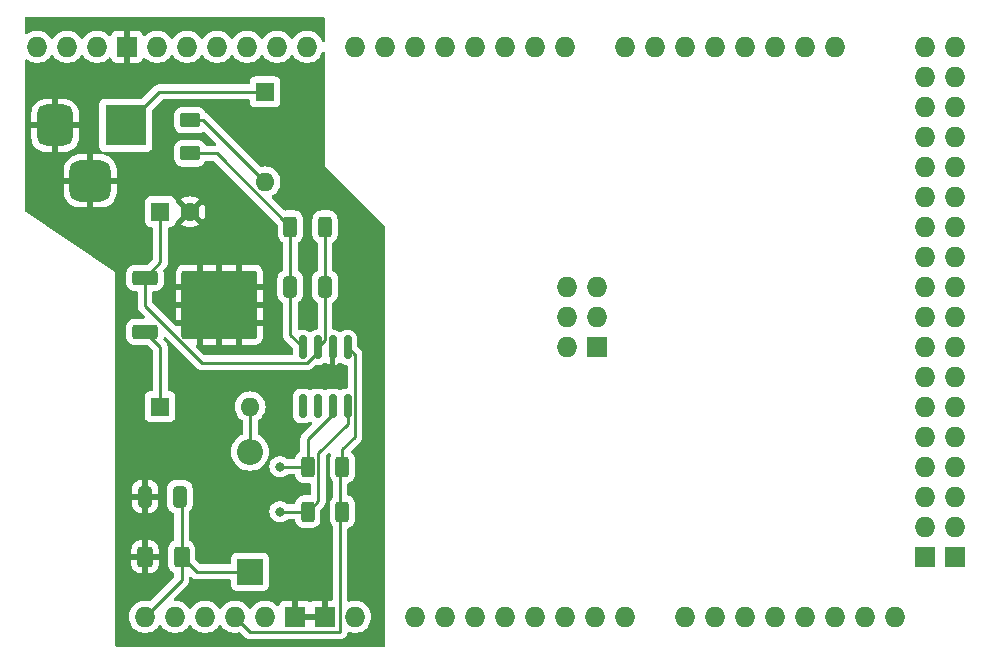
<source format=gbr>
%TF.GenerationSoftware,KiCad,Pcbnew,7.0.10*%
%TF.CreationDate,2024-05-14T13:40:59-04:00*%
%TF.ProjectId,Power PCB,506f7765-7220-4504-9342-2e6b69636164,rev?*%
%TF.SameCoordinates,Original*%
%TF.FileFunction,Copper,L1,Top*%
%TF.FilePolarity,Positive*%
%FSLAX46Y46*%
G04 Gerber Fmt 4.6, Leading zero omitted, Abs format (unit mm)*
G04 Created by KiCad (PCBNEW 7.0.10) date 2024-05-14 13:40:59*
%MOMM*%
%LPD*%
G01*
G04 APERTURE LIST*
G04 Aperture macros list*
%AMRoundRect*
0 Rectangle with rounded corners*
0 $1 Rounding radius*
0 $2 $3 $4 $5 $6 $7 $8 $9 X,Y pos of 4 corners*
0 Add a 4 corners polygon primitive as box body*
4,1,4,$2,$3,$4,$5,$6,$7,$8,$9,$2,$3,0*
0 Add four circle primitives for the rounded corners*
1,1,$1+$1,$2,$3*
1,1,$1+$1,$4,$5*
1,1,$1+$1,$6,$7*
1,1,$1+$1,$8,$9*
0 Add four rect primitives between the rounded corners*
20,1,$1+$1,$2,$3,$4,$5,0*
20,1,$1+$1,$4,$5,$6,$7,0*
20,1,$1+$1,$6,$7,$8,$9,0*
20,1,$1+$1,$8,$9,$2,$3,0*%
G04 Aperture macros list end*
%TA.AperFunction,SMDPad,CuDef*%
%ADD10RoundRect,0.250000X0.312500X0.625000X-0.312500X0.625000X-0.312500X-0.625000X0.312500X-0.625000X0*%
%TD*%
%TA.AperFunction,ComponentPad*%
%ADD11O,1.727200X1.727200*%
%TD*%
%TA.AperFunction,ComponentPad*%
%ADD12R,1.727200X1.727200*%
%TD*%
%TA.AperFunction,ComponentPad*%
%ADD13R,1.600000X1.600000*%
%TD*%
%TA.AperFunction,ComponentPad*%
%ADD14O,1.600000X1.600000*%
%TD*%
%TA.AperFunction,SMDPad,CuDef*%
%ADD15RoundRect,0.250000X-0.850000X-0.350000X0.850000X-0.350000X0.850000X0.350000X-0.850000X0.350000X0*%
%TD*%
%TA.AperFunction,SMDPad,CuDef*%
%ADD16RoundRect,0.250000X-1.275000X-1.125000X1.275000X-1.125000X1.275000X1.125000X-1.275000X1.125000X0*%
%TD*%
%TA.AperFunction,SMDPad,CuDef*%
%ADD17RoundRect,0.249997X-2.950003X-2.650003X2.950003X-2.650003X2.950003X2.650003X-2.950003X2.650003X0*%
%TD*%
%TA.AperFunction,SMDPad,CuDef*%
%ADD18RoundRect,0.150000X0.150000X-0.825000X0.150000X0.825000X-0.150000X0.825000X-0.150000X-0.825000X0*%
%TD*%
%TA.AperFunction,SMDPad,CuDef*%
%ADD19RoundRect,0.250000X-0.325000X-0.650000X0.325000X-0.650000X0.325000X0.650000X-0.325000X0.650000X0*%
%TD*%
%TA.AperFunction,SMDPad,CuDef*%
%ADD20RoundRect,0.250000X0.625000X-0.375000X0.625000X0.375000X-0.625000X0.375000X-0.625000X-0.375000X0*%
%TD*%
%TA.AperFunction,ComponentPad*%
%ADD21R,3.500000X3.500000*%
%TD*%
%TA.AperFunction,ComponentPad*%
%ADD22RoundRect,0.750000X-0.750000X-1.000000X0.750000X-1.000000X0.750000X1.000000X-0.750000X1.000000X0*%
%TD*%
%TA.AperFunction,ComponentPad*%
%ADD23RoundRect,0.875000X-0.875000X-0.875000X0.875000X-0.875000X0.875000X0.875000X-0.875000X0.875000X0*%
%TD*%
%TA.AperFunction,SMDPad,CuDef*%
%ADD24RoundRect,0.250000X-0.400000X-0.625000X0.400000X-0.625000X0.400000X0.625000X-0.400000X0.625000X0*%
%TD*%
%TA.AperFunction,ComponentPad*%
%ADD25C,1.600000*%
%TD*%
%TA.AperFunction,SMDPad,CuDef*%
%ADD26RoundRect,0.250000X-0.312500X-0.625000X0.312500X-0.625000X0.312500X0.625000X-0.312500X0.625000X0*%
%TD*%
%TA.AperFunction,ComponentPad*%
%ADD27R,2.200000X2.200000*%
%TD*%
%TA.AperFunction,ComponentPad*%
%ADD28O,2.200000X2.200000*%
%TD*%
%TA.AperFunction,ViaPad*%
%ADD29C,0.800000*%
%TD*%
%TA.AperFunction,Conductor*%
%ADD30C,0.250000*%
%TD*%
G04 APERTURE END LIST*
D10*
%TO.P,R3,1*%
%TO.N,Net-(U2-VS)*%
X143702500Y-100330000D03*
%TO.P,R3,2*%
%TO.N,Net-(U2-SCL)*%
X140777500Y-100330000D03*
%TD*%
D11*
%TO.P,XA1,3V3,3.3V*%
%TO.N,Net-(U2-VS)*%
X134620000Y-109220000D03*
%TO.P,XA1,5V1,5V*%
%TO.N,Net-(U1-VO)*%
X137160000Y-109220000D03*
%TO.P,XA1,5V2,SPI_5V*%
%TO.N,unconnected-(XA1-SPI_5V-Pad5V2)*%
X165227000Y-81280000D03*
%TO.P,XA1,5V3,5V*%
%TO.N,unconnected-(XA1-5V-Pad5V3)*%
X193040000Y-60960000D03*
%TO.P,XA1,5V4,5V*%
%TO.N,unconnected-(XA1-5V-Pad5V4)*%
X195580000Y-60960000D03*
%TO.P,XA1,A0,A0*%
%TO.N,unconnected-(XA1-PadA0)*%
X149860000Y-109220000D03*
%TO.P,XA1,A1,A1*%
%TO.N,unconnected-(XA1-PadA1)*%
X152400000Y-109220000D03*
%TO.P,XA1,A2,A2*%
%TO.N,unconnected-(XA1-PadA2)*%
X154940000Y-109220000D03*
%TO.P,XA1,A3,A3*%
%TO.N,unconnected-(XA1-PadA3)*%
X157480000Y-109220000D03*
%TO.P,XA1,A4,A4*%
%TO.N,unconnected-(XA1-PadA4)*%
X160020000Y-109220000D03*
%TO.P,XA1,A5,A5*%
%TO.N,unconnected-(XA1-PadA5)*%
X162560000Y-109220000D03*
%TO.P,XA1,A6,A6*%
%TO.N,unconnected-(XA1-PadA6)*%
X165100000Y-109220000D03*
%TO.P,XA1,A7,A7*%
%TO.N,unconnected-(XA1-PadA7)*%
X167640000Y-109220000D03*
%TO.P,XA1,A8,A8*%
%TO.N,unconnected-(XA1-PadA8)*%
X172720000Y-109220000D03*
%TO.P,XA1,A9,A9*%
%TO.N,unconnected-(XA1-PadA9)*%
X175260000Y-109220000D03*
%TO.P,XA1,A10,A10*%
%TO.N,unconnected-(XA1-PadA10)*%
X177800000Y-109220000D03*
%TO.P,XA1,A11,A11*%
%TO.N,unconnected-(XA1-PadA11)*%
X180340000Y-109220000D03*
%TO.P,XA1,A12,A12*%
%TO.N,unconnected-(XA1-PadA12)*%
X182880000Y-109220000D03*
%TO.P,XA1,A13,A13*%
%TO.N,unconnected-(XA1-PadA13)*%
X185420000Y-109220000D03*
%TO.P,XA1,A14,A14*%
%TO.N,unconnected-(XA1-PadA14)*%
X187960000Y-109220000D03*
%TO.P,XA1,A15,A15*%
%TO.N,unconnected-(XA1-PadA15)*%
X190500000Y-109220000D03*
%TO.P,XA1,AREF,AREF*%
%TO.N,unconnected-(XA1-PadAREF)*%
X122936000Y-60960000D03*
%TO.P,XA1,D0,D0_RX0*%
%TO.N,unconnected-(XA1-D0_RX0-PadD0)*%
X162560000Y-60960000D03*
%TO.P,XA1,D1,D1_TX0*%
%TO.N,unconnected-(XA1-D1_TX0-PadD1)*%
X160020000Y-60960000D03*
%TO.P,XA1,D2,D2_INT0*%
%TO.N,unconnected-(XA1-D2_INT0-PadD2)*%
X157480000Y-60960000D03*
%TO.P,XA1,D3,D3_INT1*%
%TO.N,unconnected-(XA1-D3_INT1-PadD3)*%
X154940000Y-60960000D03*
%TO.P,XA1,D4,D4*%
%TO.N,unconnected-(XA1-PadD4)*%
X152400000Y-60960000D03*
%TO.P,XA1,D5,D5*%
%TO.N,unconnected-(XA1-PadD5)*%
X149860000Y-60960000D03*
%TO.P,XA1,D6,D6*%
%TO.N,unconnected-(XA1-PadD6)*%
X147320000Y-60960000D03*
%TO.P,XA1,D7,D7*%
%TO.N,unconnected-(XA1-PadD7)*%
X144780000Y-60960000D03*
%TO.P,XA1,D8,D8*%
%TO.N,unconnected-(XA1-PadD8)*%
X140716000Y-60960000D03*
%TO.P,XA1,D9,D9*%
%TO.N,unconnected-(XA1-PadD9)*%
X138176000Y-60960000D03*
%TO.P,XA1,D10,D10*%
%TO.N,unconnected-(XA1-PadD10)*%
X135636000Y-60960000D03*
%TO.P,XA1,D11,D11*%
%TO.N,unconnected-(XA1-PadD11)*%
X133096000Y-60960000D03*
%TO.P,XA1,D12,D12*%
%TO.N,unconnected-(XA1-PadD12)*%
X130556000Y-60960000D03*
%TO.P,XA1,D13,D13*%
%TO.N,unconnected-(XA1-PadD13)*%
X128016000Y-60960000D03*
%TO.P,XA1,D14,D14_TX3*%
%TO.N,unconnected-(XA1-D14_TX3-PadD14)*%
X167640000Y-60960000D03*
%TO.P,XA1,D15,D15_RX3*%
%TO.N,unconnected-(XA1-D15_RX3-PadD15)*%
X170180000Y-60960000D03*
%TO.P,XA1,D16,D16_TX2*%
%TO.N,unconnected-(XA1-D16_TX2-PadD16)*%
X172720000Y-60960000D03*
%TO.P,XA1,D17,D17_RX2*%
%TO.N,unconnected-(XA1-D17_RX2-PadD17)*%
X175260000Y-60960000D03*
%TO.P,XA1,D18,D18_TX1*%
%TO.N,unconnected-(XA1-D18_TX1-PadD18)*%
X177800000Y-60960000D03*
%TO.P,XA1,D19,D19_RX1*%
%TO.N,unconnected-(XA1-D19_RX1-PadD19)*%
X180340000Y-60960000D03*
%TO.P,XA1,D20,D20_SDA*%
%TO.N,unconnected-(XA1-D20_SDA-PadD20)*%
X182880000Y-60960000D03*
%TO.P,XA1,D21,D21_SCL*%
%TO.N,unconnected-(XA1-D21_SCL-PadD21)*%
X185420000Y-60960000D03*
%TO.P,XA1,D22,D22*%
%TO.N,unconnected-(XA1-PadD22)*%
X193040000Y-63500000D03*
%TO.P,XA1,D23,D23*%
%TO.N,unconnected-(XA1-PadD23)*%
X195580000Y-63500000D03*
%TO.P,XA1,D24,D24*%
%TO.N,unconnected-(XA1-PadD24)*%
X193040000Y-66040000D03*
%TO.P,XA1,D25,D25*%
%TO.N,unconnected-(XA1-PadD25)*%
X195580000Y-66040000D03*
%TO.P,XA1,D26,D26*%
%TO.N,unconnected-(XA1-PadD26)*%
X193040000Y-68580000D03*
%TO.P,XA1,D27,D27*%
%TO.N,unconnected-(XA1-PadD27)*%
X195580000Y-68580000D03*
%TO.P,XA1,D28,D28*%
%TO.N,unconnected-(XA1-PadD28)*%
X193040000Y-71120000D03*
%TO.P,XA1,D29,D29*%
%TO.N,unconnected-(XA1-PadD29)*%
X195580000Y-71120000D03*
%TO.P,XA1,D30,D30*%
%TO.N,unconnected-(XA1-PadD30)*%
X193040000Y-73660000D03*
%TO.P,XA1,D31,D31*%
%TO.N,unconnected-(XA1-PadD31)*%
X195580000Y-73660000D03*
%TO.P,XA1,D32,D32*%
%TO.N,unconnected-(XA1-PadD32)*%
X193040000Y-76200000D03*
%TO.P,XA1,D33,D33*%
%TO.N,unconnected-(XA1-PadD33)*%
X195580000Y-76200000D03*
%TO.P,XA1,D34,D34*%
%TO.N,unconnected-(XA1-PadD34)*%
X193040000Y-78740000D03*
%TO.P,XA1,D35,D35*%
%TO.N,unconnected-(XA1-PadD35)*%
X195580000Y-78740000D03*
%TO.P,XA1,D36,D36*%
%TO.N,unconnected-(XA1-PadD36)*%
X193040000Y-81280000D03*
%TO.P,XA1,D37,D37*%
%TO.N,unconnected-(XA1-PadD37)*%
X195580000Y-81280000D03*
%TO.P,XA1,D38,D38*%
%TO.N,unconnected-(XA1-PadD38)*%
X193040000Y-83820000D03*
%TO.P,XA1,D39,D39*%
%TO.N,unconnected-(XA1-PadD39)*%
X195580000Y-83820000D03*
%TO.P,XA1,D40,D40*%
%TO.N,unconnected-(XA1-PadD40)*%
X193040000Y-86360000D03*
%TO.P,XA1,D41,D41*%
%TO.N,unconnected-(XA1-PadD41)*%
X195580000Y-86360000D03*
%TO.P,XA1,D42,D42*%
%TO.N,unconnected-(XA1-PadD42)*%
X193040000Y-88900000D03*
%TO.P,XA1,D43,D43*%
%TO.N,unconnected-(XA1-PadD43)*%
X195580000Y-88900000D03*
%TO.P,XA1,D44,D44*%
%TO.N,unconnected-(XA1-PadD44)*%
X193040000Y-91440000D03*
%TO.P,XA1,D45,D45*%
%TO.N,unconnected-(XA1-PadD45)*%
X195580000Y-91440000D03*
%TO.P,XA1,D46,D46*%
%TO.N,unconnected-(XA1-PadD46)*%
X193040000Y-93980000D03*
%TO.P,XA1,D47,D47*%
%TO.N,unconnected-(XA1-PadD47)*%
X195580000Y-93980000D03*
%TO.P,XA1,D48,D48*%
%TO.N,unconnected-(XA1-PadD48)*%
X193040000Y-96520000D03*
%TO.P,XA1,D49,D49*%
%TO.N,unconnected-(XA1-PadD49)*%
X195580000Y-96520000D03*
%TO.P,XA1,D50,D50*%
%TO.N,unconnected-(XA1-PadD50)*%
X193040000Y-99060000D03*
%TO.P,XA1,D51,D51*%
%TO.N,unconnected-(XA1-PadD51)*%
X195580000Y-99060000D03*
%TO.P,XA1,D52,D52*%
%TO.N,unconnected-(XA1-PadD52)*%
X193040000Y-101600000D03*
%TO.P,XA1,D53,D53_SS*%
%TO.N,unconnected-(XA1-D53_SS-PadD53)*%
X195580000Y-101600000D03*
D12*
%TO.P,XA1,GND1,GND*%
%TO.N,GND*%
X125476000Y-60960000D03*
%TO.P,XA1,GND2,GND*%
X139700000Y-109220000D03*
%TO.P,XA1,GND3,GND*%
X142240000Y-109220000D03*
%TO.P,XA1,GND4,SPI_GND*%
%TO.N,unconnected-(XA1-SPI_GND-PadGND4)*%
X165227000Y-86360000D03*
%TO.P,XA1,GND5,GND*%
%TO.N,GND*%
X193040000Y-104140000D03*
%TO.P,XA1,GND6,GND*%
X195580000Y-104140000D03*
D11*
%TO.P,XA1,IORF,IOREF*%
%TO.N,unconnected-(XA1-IOREF-PadIORF)*%
X129540000Y-109220000D03*
%TO.P,XA1,MISO,SPI_MISO*%
%TO.N,unconnected-(XA1-SPI_MISO-PadMISO)*%
X162687000Y-81280000D03*
%TO.P,XA1,MOSI,SPI_MOSI*%
%TO.N,unconnected-(XA1-SPI_MOSI-PadMOSI)*%
X165227000Y-83820000D03*
%TO.P,XA1,RST1,RESET*%
%TO.N,unconnected-(XA1-RESET-PadRST1)*%
X132080000Y-109220000D03*
%TO.P,XA1,RST2,SPI_RESET*%
%TO.N,unconnected-(XA1-SPI_RESET-PadRST2)*%
X162687000Y-86360000D03*
%TO.P,XA1,SCK,SPI_SCK*%
%TO.N,unconnected-(XA1-SPI_SCK-PadSCK)*%
X162687000Y-83820000D03*
%TO.P,XA1,SCL,SCL*%
%TO.N,Net-(U2-SCL)*%
X117856000Y-60960000D03*
%TO.P,XA1,SDA,SDA*%
%TO.N,Net-(U2-SDA)*%
X120396000Y-60960000D03*
%TO.P,XA1,VBAT,VBAT*%
%TO.N,Net-(D2-K)*%
X127000000Y-109220000D03*
%TO.P,XA1,VIN,VIN*%
%TO.N,unconnected-(XA1-PadVIN)*%
X144780000Y-109220000D03*
%TD*%
D10*
%TO.P,R4,1*%
%TO.N,Net-(U2-VS)*%
X143702500Y-96520000D03*
%TO.P,R4,2*%
%TO.N,Net-(U2-SDA)*%
X140777500Y-96520000D03*
%TD*%
D13*
%TO.P,SW1,1*%
%TO.N,Net-(U1-VO)*%
X128280000Y-91440000D03*
D14*
%TO.P,SW1,2*%
%TO.N,Net-(D2-A)*%
X135900000Y-91440000D03*
%TD*%
D15*
%TO.P,U1,1,VI*%
%TO.N,Net-(U1-VI)*%
X127000000Y-80525000D03*
D16*
%TO.P,U1,2,GND*%
%TO.N,GND*%
X131625000Y-81280000D03*
X131625000Y-84330000D03*
D17*
X133300000Y-82805000D03*
D16*
X134975000Y-81280000D03*
X134975000Y-84330000D03*
D15*
%TO.P,U1,3,VO*%
%TO.N,Net-(U1-VO)*%
X127000000Y-85085000D03*
%TD*%
D18*
%TO.P,U2,1,A1*%
%TO.N,unconnected-(U2-A1-Pad1)*%
X140335000Y-91375000D03*
%TO.P,U2,2,A0*%
%TO.N,unconnected-(U2-A0-Pad2)*%
X141605000Y-91375000D03*
%TO.P,U2,3,SDA*%
%TO.N,Net-(U2-SDA)*%
X142875000Y-91375000D03*
%TO.P,U2,4,SCL*%
%TO.N,Net-(U2-SCL)*%
X144145000Y-91375000D03*
%TO.P,U2,5,VS*%
%TO.N,Net-(U2-VS)*%
X144145000Y-86425000D03*
%TO.P,U2,6,GND*%
%TO.N,GND*%
X142875000Y-86425000D03*
%TO.P,U2,7,IN-*%
%TO.N,Net-(U1-VI)*%
X141605000Y-86425000D03*
%TO.P,U2,8,IN+*%
%TO.N,Net-(D1-K)*%
X140335000Y-86425000D03*
%TD*%
D19*
%TO.P,C1,1*%
%TO.N,Net-(D1-K)*%
X139290000Y-81280000D03*
%TO.P,C1,2*%
%TO.N,Net-(U1-VI)*%
X142240000Y-81280000D03*
%TD*%
%TO.P,C3,1*%
%TO.N,GND*%
X127000000Y-99060000D03*
%TO.P,C3,2*%
%TO.N,Net-(D2-K)*%
X129950000Y-99060000D03*
%TD*%
D20*
%TO.P,D1,1,K*%
%TO.N,Net-(D1-K)*%
X130810000Y-69980000D03*
%TO.P,D1,2,A*%
%TO.N,Net-(D1-A)*%
X130810000Y-67180000D03*
%TD*%
D21*
%TO.P,J1,1*%
%TO.N,Net-(J1-Pad1)*%
X125380000Y-67622500D03*
D22*
%TO.P,J1,2*%
%TO.N,GND*%
X119380000Y-67622500D03*
D23*
%TO.P,J1,3*%
X122380000Y-72322500D03*
%TD*%
D13*
%TO.P,SW2,1*%
%TO.N,Net-(J1-Pad1)*%
X137160000Y-64780000D03*
D14*
%TO.P,SW2,2*%
%TO.N,Net-(D1-A)*%
X137160000Y-72400000D03*
%TD*%
D24*
%TO.P,R2,1*%
%TO.N,GND*%
X127000000Y-104140000D03*
%TO.P,R2,2*%
%TO.N,Net-(D2-K)*%
X130100000Y-104140000D03*
%TD*%
D13*
%TO.P,C2,1*%
%TO.N,Net-(U1-VI)*%
X128310000Y-74930000D03*
D25*
%TO.P,C2,2*%
%TO.N,GND*%
X130810000Y-74930000D03*
%TD*%
D26*
%TO.P,R1,1*%
%TO.N,Net-(D1-K)*%
X139315000Y-76200000D03*
%TO.P,R1,2*%
%TO.N,Net-(U1-VI)*%
X142240000Y-76200000D03*
%TD*%
D27*
%TO.P,D2,1,K*%
%TO.N,Net-(D2-K)*%
X135890000Y-105410000D03*
D28*
%TO.P,D2,2,A*%
%TO.N,Net-(D2-A)*%
X135890000Y-95250000D03*
%TD*%
D29*
%TO.N,GND*%
X124460000Y-76200000D03*
X140970000Y-105410000D03*
X125730000Y-88900000D03*
X125730000Y-96520000D03*
X132080000Y-106680000D03*
X130810000Y-63500000D03*
X132080000Y-96520000D03*
X134620000Y-76200000D03*
%TO.N,Net-(U2-SCL)*%
X138430000Y-100330000D03*
%TO.N,Net-(U2-SDA)*%
X138430000Y-96520000D03*
%TD*%
D30*
%TO.N,Net-(D1-K)*%
X139315000Y-76200000D02*
X139315000Y-81255000D01*
X130810000Y-69980000D02*
X133095000Y-69980000D01*
X139290000Y-85380000D02*
X140335000Y-86425000D01*
X139290000Y-81280000D02*
X139290000Y-85380000D01*
X139315000Y-81255000D02*
X139290000Y-81280000D01*
X133095000Y-69980000D02*
X139315000Y-76200000D01*
%TO.N,Net-(U1-VI)*%
X141605000Y-86425000D02*
X141605000Y-86805908D01*
X131799898Y-87725000D02*
X127000000Y-82925102D01*
X127000000Y-80525000D02*
X128310000Y-79215000D01*
X142240000Y-81280000D02*
X142240000Y-85790000D01*
X127000000Y-82925102D02*
X127000000Y-80525000D01*
X140685908Y-87725000D02*
X131799898Y-87725000D01*
X128310000Y-79215000D02*
X128310000Y-74930000D01*
X142240000Y-76200000D02*
X142240000Y-81280000D01*
X141605000Y-86805908D02*
X140685908Y-87725000D01*
X142240000Y-85790000D02*
X141605000Y-86425000D01*
%TO.N,Net-(D2-K)*%
X130100000Y-104140000D02*
X130100000Y-99210000D01*
X135890000Y-105410000D02*
X131370000Y-105410000D01*
X130100000Y-106120000D02*
X127000000Y-109220000D01*
X130100000Y-104140000D02*
X130100000Y-106120000D01*
X131370000Y-105410000D02*
X130100000Y-104140000D01*
X130100000Y-104140000D02*
X129540000Y-104140000D01*
X130100000Y-99210000D02*
X129950000Y-99060000D01*
%TO.N,Net-(D1-A)*%
X137160000Y-72400000D02*
X131940000Y-67180000D01*
X131940000Y-67180000D02*
X130810000Y-67180000D01*
%TO.N,Net-(D2-A)*%
X135900000Y-95240000D02*
X135890000Y-95250000D01*
X135900000Y-91440000D02*
X135900000Y-95240000D01*
%TO.N,Net-(J1-Pad1)*%
X125380000Y-67622500D02*
X128222500Y-64780000D01*
X128222500Y-64780000D02*
X137160000Y-64780000D01*
%TO.N,Net-(U2-VS)*%
X134620000Y-109220000D02*
X134930000Y-109220000D01*
X143510000Y-100522500D02*
X143510000Y-110490000D01*
X135890000Y-110490000D02*
X143510000Y-110490000D01*
X143510000Y-110490000D02*
X143510000Y-96712500D01*
X144780000Y-93980000D02*
X144780000Y-87060000D01*
X143510000Y-96712500D02*
X143702500Y-96520000D01*
X144780000Y-87060000D02*
X144145000Y-86425000D01*
X143702500Y-100330000D02*
X143510000Y-100522500D01*
X134620000Y-109220000D02*
X135890000Y-110490000D01*
X143702500Y-95057500D02*
X144780000Y-93980000D01*
X143702500Y-96520000D02*
X143702500Y-95057500D01*
%TO.N,Net-(U2-SCL)*%
X140777500Y-100330000D02*
X141665000Y-99442500D01*
X141665000Y-99442500D02*
X141665000Y-95375000D01*
X141665000Y-95375000D02*
X144145000Y-92895000D01*
X140777500Y-100330000D02*
X138430000Y-100330000D01*
X144145000Y-92895000D02*
X144145000Y-91375000D01*
%TO.N,Net-(U1-VO)*%
X127000000Y-85085000D02*
X128280000Y-86365000D01*
X128280000Y-86365000D02*
X128280000Y-91440000D01*
%TO.N,Net-(U2-SDA)*%
X140777500Y-96520000D02*
X138430000Y-96520000D01*
X142875000Y-92075000D02*
X142875000Y-91375000D01*
X140777500Y-96520000D02*
X140777500Y-94172500D01*
X140777500Y-94172500D02*
X142875000Y-92075000D01*
%TD*%
%TA.AperFunction,Conductor*%
%TO.N,GND*%
G36*
X141773155Y-109006799D02*
G01*
X141732000Y-109146961D01*
X141732000Y-109293039D01*
X141773155Y-109433201D01*
X141796804Y-109470000D01*
X140143196Y-109470000D01*
X140166845Y-109433201D01*
X140208000Y-109293039D01*
X140208000Y-109146961D01*
X140166845Y-109006799D01*
X140143196Y-108970000D01*
X141796804Y-108970000D01*
X141773155Y-109006799D01*
G37*
%TD.AperFunction*%
%TA.AperFunction,Conductor*%
G36*
X142180964Y-61368697D02*
G01*
X142227507Y-61420808D01*
X142239500Y-61474009D01*
X142239500Y-71095368D01*
X142239419Y-71095774D01*
X142239457Y-71119999D01*
X142239520Y-71120149D01*
X142239549Y-71120296D01*
X142239576Y-71120285D01*
X142239616Y-71120382D01*
X142250961Y-71131669D01*
X142251186Y-71131894D01*
X147283181Y-76163888D01*
X147316666Y-76225211D01*
X147319500Y-76251569D01*
X147319500Y-111635500D01*
X147299815Y-111702539D01*
X147247011Y-111748294D01*
X147195500Y-111759500D01*
X124584500Y-111759500D01*
X124517461Y-111739815D01*
X124471706Y-111687011D01*
X124460500Y-111635500D01*
X124460500Y-104390000D01*
X125850001Y-104390000D01*
X125850001Y-104814986D01*
X125860494Y-104917697D01*
X125915641Y-105084119D01*
X125915643Y-105084124D01*
X126007684Y-105233345D01*
X126131654Y-105357315D01*
X126280875Y-105449356D01*
X126280880Y-105449358D01*
X126447302Y-105504505D01*
X126447309Y-105504506D01*
X126550019Y-105514999D01*
X126749999Y-105514999D01*
X126750000Y-105514998D01*
X126750000Y-104390000D01*
X127250000Y-104390000D01*
X127250000Y-105514999D01*
X127449972Y-105514999D01*
X127449986Y-105514998D01*
X127552697Y-105504505D01*
X127719119Y-105449358D01*
X127719124Y-105449356D01*
X127868345Y-105357315D01*
X127992315Y-105233345D01*
X128084356Y-105084124D01*
X128084358Y-105084119D01*
X128139505Y-104917697D01*
X128139506Y-104917690D01*
X128149999Y-104814986D01*
X128150000Y-104814973D01*
X128150000Y-104390000D01*
X127250000Y-104390000D01*
X126750000Y-104390000D01*
X125850001Y-104390000D01*
X124460500Y-104390000D01*
X124460500Y-103890000D01*
X125850000Y-103890000D01*
X126750000Y-103890000D01*
X126750000Y-102765000D01*
X127250000Y-102765000D01*
X127250000Y-103890000D01*
X128149999Y-103890000D01*
X128149999Y-103465028D01*
X128149998Y-103465013D01*
X128139505Y-103362302D01*
X128084358Y-103195880D01*
X128084356Y-103195875D01*
X127992315Y-103046654D01*
X127868345Y-102922684D01*
X127719124Y-102830643D01*
X127719119Y-102830641D01*
X127552697Y-102775494D01*
X127552690Y-102775493D01*
X127449986Y-102765000D01*
X127250000Y-102765000D01*
X126750000Y-102765000D01*
X126550029Y-102765000D01*
X126550012Y-102765001D01*
X126447302Y-102775494D01*
X126280880Y-102830641D01*
X126280875Y-102830643D01*
X126131654Y-102922684D01*
X126007684Y-103046654D01*
X125915643Y-103195875D01*
X125915641Y-103195880D01*
X125860494Y-103362302D01*
X125860493Y-103362309D01*
X125850000Y-103465013D01*
X125850000Y-103890000D01*
X124460500Y-103890000D01*
X124460500Y-99310000D01*
X125925001Y-99310000D01*
X125925001Y-99759986D01*
X125935494Y-99862697D01*
X125990641Y-100029119D01*
X125990643Y-100029124D01*
X126082684Y-100178345D01*
X126206654Y-100302315D01*
X126355875Y-100394356D01*
X126355880Y-100394358D01*
X126522302Y-100449505D01*
X126522309Y-100449506D01*
X126625019Y-100459999D01*
X126749999Y-100459999D01*
X126750000Y-100459998D01*
X126750000Y-99310000D01*
X127250000Y-99310000D01*
X127250000Y-100459999D01*
X127374972Y-100459999D01*
X127374986Y-100459998D01*
X127477697Y-100449505D01*
X127644119Y-100394358D01*
X127644124Y-100394356D01*
X127793345Y-100302315D01*
X127917315Y-100178345D01*
X128009356Y-100029124D01*
X128009358Y-100029119D01*
X128064505Y-99862697D01*
X128064506Y-99862690D01*
X128074999Y-99759986D01*
X128075000Y-99759973D01*
X128075000Y-99310000D01*
X127250000Y-99310000D01*
X126750000Y-99310000D01*
X125925001Y-99310000D01*
X124460500Y-99310000D01*
X124460500Y-98810000D01*
X125925000Y-98810000D01*
X126750000Y-98810000D01*
X126750000Y-97660000D01*
X127250000Y-97660000D01*
X127250000Y-98810000D01*
X128074999Y-98810000D01*
X128074999Y-98360028D01*
X128074998Y-98360013D01*
X128064505Y-98257302D01*
X128009358Y-98090880D01*
X128009356Y-98090875D01*
X127917315Y-97941654D01*
X127793345Y-97817684D01*
X127644124Y-97725643D01*
X127644119Y-97725641D01*
X127477697Y-97670494D01*
X127477690Y-97670493D01*
X127374986Y-97660000D01*
X127250000Y-97660000D01*
X126750000Y-97660000D01*
X126625027Y-97660000D01*
X126625012Y-97660001D01*
X126522302Y-97670494D01*
X126355880Y-97725641D01*
X126355875Y-97725643D01*
X126206654Y-97817684D01*
X126082684Y-97941654D01*
X125990643Y-98090875D01*
X125990641Y-98090880D01*
X125935494Y-98257302D01*
X125935493Y-98257309D01*
X125925000Y-98360013D01*
X125925000Y-98810000D01*
X124460500Y-98810000D01*
X124460500Y-95250000D01*
X134284551Y-95250000D01*
X134304317Y-95501151D01*
X134363126Y-95746110D01*
X134459533Y-95978859D01*
X134591160Y-96193653D01*
X134591161Y-96193656D01*
X134591164Y-96193659D01*
X134754776Y-96385224D01*
X134903066Y-96511875D01*
X134946343Y-96548838D01*
X134946346Y-96548839D01*
X135161140Y-96680466D01*
X135393889Y-96776873D01*
X135638852Y-96835683D01*
X135890000Y-96855449D01*
X136141148Y-96835683D01*
X136386111Y-96776873D01*
X136618859Y-96680466D01*
X136833659Y-96548836D01*
X137025224Y-96385224D01*
X137188836Y-96193659D01*
X137320466Y-95978859D01*
X137416873Y-95746111D01*
X137475683Y-95501148D01*
X137495449Y-95250000D01*
X137475683Y-94998852D01*
X137416873Y-94753889D01*
X137320466Y-94521141D01*
X137320466Y-94521140D01*
X137188839Y-94306346D01*
X137188838Y-94306343D01*
X137108342Y-94212095D01*
X137025224Y-94114776D01*
X136839701Y-93956324D01*
X136833656Y-93951161D01*
X136833653Y-93951160D01*
X136618862Y-93819535D01*
X136618860Y-93819534D01*
X136602043Y-93812568D01*
X136547641Y-93768725D01*
X136525579Y-93702431D01*
X136525500Y-93698009D01*
X136525500Y-92654188D01*
X136545185Y-92587149D01*
X136578377Y-92552613D01*
X136678745Y-92482335D01*
X136739139Y-92440047D01*
X136900047Y-92279139D01*
X137030568Y-92092734D01*
X137126739Y-91886496D01*
X137185635Y-91666692D01*
X137205468Y-91440000D01*
X137185635Y-91213308D01*
X137126739Y-90993504D01*
X137030568Y-90787266D01*
X136900047Y-90600861D01*
X136900045Y-90600858D01*
X136739141Y-90439954D01*
X136552734Y-90309432D01*
X136552732Y-90309431D01*
X136346497Y-90213261D01*
X136346488Y-90213258D01*
X136126697Y-90154366D01*
X136126693Y-90154365D01*
X136126692Y-90154365D01*
X136126691Y-90154364D01*
X136126686Y-90154364D01*
X135900002Y-90134532D01*
X135899998Y-90134532D01*
X135673313Y-90154364D01*
X135673302Y-90154366D01*
X135453511Y-90213258D01*
X135453502Y-90213261D01*
X135247267Y-90309431D01*
X135247265Y-90309432D01*
X135060858Y-90439954D01*
X134899954Y-90600858D01*
X134769432Y-90787265D01*
X134769431Y-90787267D01*
X134673261Y-90993502D01*
X134673258Y-90993511D01*
X134614366Y-91213302D01*
X134614364Y-91213313D01*
X134594532Y-91439998D01*
X134594532Y-91440001D01*
X134614364Y-91666686D01*
X134614366Y-91666697D01*
X134673258Y-91886488D01*
X134673261Y-91886497D01*
X134769431Y-92092732D01*
X134769432Y-92092734D01*
X134899954Y-92279141D01*
X135060858Y-92440045D01*
X135221623Y-92552613D01*
X135265248Y-92607189D01*
X135274500Y-92654188D01*
X135274500Y-93689724D01*
X135254815Y-93756763D01*
X135202011Y-93802518D01*
X135197954Y-93804284D01*
X135161146Y-93819530D01*
X135161141Y-93819533D01*
X134946346Y-93951160D01*
X134946343Y-93951161D01*
X134754776Y-94114776D01*
X134591161Y-94306343D01*
X134591160Y-94306346D01*
X134459533Y-94521140D01*
X134363126Y-94753889D01*
X134304317Y-94998848D01*
X134284551Y-95250000D01*
X124460500Y-95250000D01*
X124460500Y-85485001D01*
X125399500Y-85485001D01*
X125399501Y-85485019D01*
X125410000Y-85587796D01*
X125410001Y-85587799D01*
X125465185Y-85754331D01*
X125465187Y-85754336D01*
X125485633Y-85787484D01*
X125557288Y-85903656D01*
X125681344Y-86027712D01*
X125830666Y-86119814D01*
X125997203Y-86174999D01*
X126099991Y-86185500D01*
X127164546Y-86185499D01*
X127231585Y-86205183D01*
X127252227Y-86221818D01*
X127618181Y-86587771D01*
X127651666Y-86649094D01*
X127654500Y-86675452D01*
X127654500Y-90015500D01*
X127634815Y-90082539D01*
X127582011Y-90128294D01*
X127530501Y-90139500D01*
X127432130Y-90139500D01*
X127432123Y-90139501D01*
X127372516Y-90145908D01*
X127237671Y-90196202D01*
X127237664Y-90196206D01*
X127122455Y-90282452D01*
X127122452Y-90282455D01*
X127036206Y-90397664D01*
X127036202Y-90397671D01*
X126985908Y-90532517D01*
X126979501Y-90592116D01*
X126979501Y-90592123D01*
X126979500Y-90592135D01*
X126979500Y-92287870D01*
X126979501Y-92287876D01*
X126985908Y-92347483D01*
X127036202Y-92482328D01*
X127036206Y-92482335D01*
X127122452Y-92597544D01*
X127122455Y-92597547D01*
X127237664Y-92683793D01*
X127237671Y-92683797D01*
X127372517Y-92734091D01*
X127372516Y-92734091D01*
X127379444Y-92734835D01*
X127432127Y-92740500D01*
X129127872Y-92740499D01*
X129187483Y-92734091D01*
X129322331Y-92683796D01*
X129437546Y-92597546D01*
X129523796Y-92482331D01*
X129574091Y-92347483D01*
X129580500Y-92287873D01*
X129580499Y-90592128D01*
X129574091Y-90532517D01*
X129556109Y-90484306D01*
X129523797Y-90397671D01*
X129523793Y-90397664D01*
X129437547Y-90282455D01*
X129437544Y-90282452D01*
X129322335Y-90196206D01*
X129322328Y-90196202D01*
X129187482Y-90145908D01*
X129187483Y-90145908D01*
X129127883Y-90139501D01*
X129127881Y-90139500D01*
X129127873Y-90139500D01*
X129127865Y-90139500D01*
X129029500Y-90139500D01*
X128962461Y-90119815D01*
X128916706Y-90067011D01*
X128905500Y-90015500D01*
X128905500Y-86447737D01*
X128907224Y-86432123D01*
X128906938Y-86432096D01*
X128907672Y-86424333D01*
X128905561Y-86357143D01*
X128905500Y-86353249D01*
X128905500Y-86325651D01*
X128905500Y-86325650D01*
X128904997Y-86321670D01*
X128904080Y-86310021D01*
X128903005Y-86275813D01*
X128902709Y-86266372D01*
X128897120Y-86247137D01*
X128893174Y-86228084D01*
X128893009Y-86226777D01*
X128890664Y-86208208D01*
X128874578Y-86167581D01*
X128870803Y-86156554D01*
X128858617Y-86114610D01*
X128848421Y-86097369D01*
X128839860Y-86079893D01*
X128838308Y-86075975D01*
X128832486Y-86061268D01*
X128806809Y-86025926D01*
X128800412Y-86016190D01*
X128778170Y-85978579D01*
X128778167Y-85978576D01*
X128778165Y-85978573D01*
X128764005Y-85964413D01*
X128751370Y-85949620D01*
X128739593Y-85933412D01*
X128705945Y-85905576D01*
X128697304Y-85897713D01*
X128593653Y-85794062D01*
X128560168Y-85732739D01*
X128563627Y-85667380D01*
X128573582Y-85637336D01*
X128613351Y-85579895D01*
X128677866Y-85553070D01*
X128746642Y-85565383D01*
X128778968Y-85588661D01*
X131299095Y-88108788D01*
X131308920Y-88121051D01*
X131309141Y-88120869D01*
X131314109Y-88126874D01*
X131314111Y-88126876D01*
X131314112Y-88126877D01*
X131334941Y-88146437D01*
X131363120Y-88172899D01*
X131365919Y-88175612D01*
X131385420Y-88195114D01*
X131385424Y-88195117D01*
X131385427Y-88195120D01*
X131388600Y-88197581D01*
X131397472Y-88205159D01*
X131429316Y-88235062D01*
X131446874Y-88244714D01*
X131463131Y-88255393D01*
X131478962Y-88267673D01*
X131508701Y-88280542D01*
X131519050Y-88285021D01*
X131529539Y-88290160D01*
X131553355Y-88303252D01*
X131567806Y-88311197D01*
X131580421Y-88314435D01*
X131587203Y-88316177D01*
X131605617Y-88322481D01*
X131624002Y-88330438D01*
X131667159Y-88337273D01*
X131678554Y-88339632D01*
X131720879Y-88350500D01*
X131740914Y-88350500D01*
X131760311Y-88352026D01*
X131780094Y-88355160D01*
X131823573Y-88351050D01*
X131835242Y-88350500D01*
X140603165Y-88350500D01*
X140618785Y-88352224D01*
X140618812Y-88351939D01*
X140626568Y-88352671D01*
X140626575Y-88352673D01*
X140693781Y-88350561D01*
X140697676Y-88350500D01*
X140725254Y-88350500D01*
X140725258Y-88350500D01*
X140729232Y-88349997D01*
X140740871Y-88349080D01*
X140784535Y-88347709D01*
X140803777Y-88342117D01*
X140822820Y-88338174D01*
X140842700Y-88335664D01*
X140883309Y-88319585D01*
X140894352Y-88315803D01*
X140936298Y-88303618D01*
X140953537Y-88293422D01*
X140971011Y-88284862D01*
X140989635Y-88277488D01*
X140989635Y-88277487D01*
X140989640Y-88277486D01*
X141024991Y-88251800D01*
X141034722Y-88245408D01*
X141072328Y-88223170D01*
X141086497Y-88208999D01*
X141101287Y-88196368D01*
X141117495Y-88184594D01*
X141145346Y-88150926D01*
X141153177Y-88142319D01*
X141358680Y-87936816D01*
X141420002Y-87903334D01*
X141446360Y-87900500D01*
X141820686Y-87900500D01*
X141820694Y-87900500D01*
X141857569Y-87897598D01*
X141857571Y-87897597D01*
X141857573Y-87897597D01*
X141899191Y-87885505D01*
X142015398Y-87851744D01*
X142156865Y-87768081D01*
X142156868Y-87768077D01*
X142163026Y-87763301D01*
X142164839Y-87765638D01*
X142213949Y-87738798D01*
X142283643Y-87743756D01*
X142315996Y-87764551D01*
X142317278Y-87762900D01*
X142323447Y-87767685D01*
X142464801Y-87851281D01*
X142622514Y-87897100D01*
X142622511Y-87897100D01*
X142624998Y-87897295D01*
X142625000Y-87897295D01*
X142625000Y-86342852D01*
X142644685Y-86275813D01*
X142658600Y-86257977D01*
X142687963Y-86226707D01*
X142690583Y-86224005D01*
X142703278Y-86211312D01*
X142764603Y-86177832D01*
X142790952Y-86175000D01*
X143001000Y-86175000D01*
X143068039Y-86194685D01*
X143113794Y-86247489D01*
X143125000Y-86299000D01*
X143125000Y-87897295D01*
X143125001Y-87897295D01*
X143127486Y-87897100D01*
X143285198Y-87851281D01*
X143426550Y-87767686D01*
X143432717Y-87762903D01*
X143434630Y-87765369D01*
X143483222Y-87738802D01*
X143552917Y-87743749D01*
X143585762Y-87764853D01*
X143586969Y-87763298D01*
X143593132Y-87768078D01*
X143593135Y-87768081D01*
X143734602Y-87851744D01*
X143776224Y-87863836D01*
X143892426Y-87897597D01*
X143892429Y-87897597D01*
X143892431Y-87897598D01*
X143929306Y-87900500D01*
X144030500Y-87900500D01*
X144097539Y-87920185D01*
X144143294Y-87972989D01*
X144154500Y-88024500D01*
X144154500Y-89775500D01*
X144134815Y-89842539D01*
X144082011Y-89888294D01*
X144030500Y-89899500D01*
X143929298Y-89899500D01*
X143892432Y-89902401D01*
X143892426Y-89902402D01*
X143734606Y-89948254D01*
X143734603Y-89948255D01*
X143593137Y-90031917D01*
X143586969Y-90036702D01*
X143585072Y-90034256D01*
X143536358Y-90060857D01*
X143466666Y-90055873D01*
X143434296Y-90035069D01*
X143433031Y-90036702D01*
X143426862Y-90031917D01*
X143285396Y-89948255D01*
X143285393Y-89948254D01*
X143127573Y-89902402D01*
X143127567Y-89902401D01*
X143090701Y-89899500D01*
X143090694Y-89899500D01*
X142659306Y-89899500D01*
X142659298Y-89899500D01*
X142622432Y-89902401D01*
X142622426Y-89902402D01*
X142464606Y-89948254D01*
X142464603Y-89948255D01*
X142323137Y-90031917D01*
X142316969Y-90036702D01*
X142315072Y-90034256D01*
X142266358Y-90060857D01*
X142196666Y-90055873D01*
X142164296Y-90035069D01*
X142163031Y-90036702D01*
X142156862Y-90031917D01*
X142015396Y-89948255D01*
X142015393Y-89948254D01*
X141857573Y-89902402D01*
X141857567Y-89902401D01*
X141820701Y-89899500D01*
X141820694Y-89899500D01*
X141389306Y-89899500D01*
X141389298Y-89899500D01*
X141352432Y-89902401D01*
X141352426Y-89902402D01*
X141194606Y-89948254D01*
X141194603Y-89948255D01*
X141053137Y-90031917D01*
X141046969Y-90036702D01*
X141045072Y-90034256D01*
X140996358Y-90060857D01*
X140926666Y-90055873D01*
X140894296Y-90035069D01*
X140893031Y-90036702D01*
X140886862Y-90031917D01*
X140745396Y-89948255D01*
X140745393Y-89948254D01*
X140587573Y-89902402D01*
X140587567Y-89902401D01*
X140550701Y-89899500D01*
X140550694Y-89899500D01*
X140119306Y-89899500D01*
X140119298Y-89899500D01*
X140082432Y-89902401D01*
X140082426Y-89902402D01*
X139924606Y-89948254D01*
X139924603Y-89948255D01*
X139783137Y-90031917D01*
X139783129Y-90031923D01*
X139666923Y-90148129D01*
X139666917Y-90148137D01*
X139583255Y-90289603D01*
X139583254Y-90289606D01*
X139537402Y-90447426D01*
X139537401Y-90447432D01*
X139534500Y-90484298D01*
X139534500Y-92265701D01*
X139537401Y-92302567D01*
X139537402Y-92302573D01*
X139583254Y-92460393D01*
X139583255Y-92460396D01*
X139583256Y-92460398D01*
X139620681Y-92523681D01*
X139666917Y-92601862D01*
X139666923Y-92601870D01*
X139783129Y-92718076D01*
X139783133Y-92718079D01*
X139783135Y-92718081D01*
X139924602Y-92801744D01*
X139966224Y-92813836D01*
X140082426Y-92847597D01*
X140082429Y-92847597D01*
X140082431Y-92847598D01*
X140119306Y-92850500D01*
X140119314Y-92850500D01*
X140550686Y-92850500D01*
X140550694Y-92850500D01*
X140587569Y-92847598D01*
X140587571Y-92847597D01*
X140587573Y-92847597D01*
X140691885Y-92817291D01*
X140745398Y-92801744D01*
X140886865Y-92718081D01*
X140886870Y-92718075D01*
X140893031Y-92713298D01*
X140894933Y-92715750D01*
X140943579Y-92689155D01*
X141013274Y-92694104D01*
X141045695Y-92714940D01*
X141046969Y-92713298D01*
X141053133Y-92718079D01*
X141053135Y-92718081D01*
X141100400Y-92746033D01*
X141148084Y-92797100D01*
X141160589Y-92865842D01*
X141133944Y-92930432D01*
X141124961Y-92940446D01*
X140393708Y-93671699D01*
X140381451Y-93681520D01*
X140381634Y-93681741D01*
X140375622Y-93686714D01*
X140329598Y-93735723D01*
X140326891Y-93738516D01*
X140307389Y-93758017D01*
X140307375Y-93758034D01*
X140304907Y-93761215D01*
X140297343Y-93770070D01*
X140267437Y-93801918D01*
X140267436Y-93801920D01*
X140257784Y-93819476D01*
X140247110Y-93835726D01*
X140234829Y-93851561D01*
X140234824Y-93851568D01*
X140217475Y-93891658D01*
X140212338Y-93902144D01*
X140191303Y-93940406D01*
X140186322Y-93959807D01*
X140180021Y-93978210D01*
X140172062Y-93996602D01*
X140172061Y-93996605D01*
X140165228Y-94039743D01*
X140162860Y-94051174D01*
X140152001Y-94093471D01*
X140152000Y-94093482D01*
X140152000Y-94113516D01*
X140150473Y-94132913D01*
X140147340Y-94152696D01*
X140147643Y-94155897D01*
X140151450Y-94196174D01*
X140152000Y-94207843D01*
X140152000Y-95137072D01*
X140132315Y-95204111D01*
X140093098Y-95242609D01*
X140081117Y-95250000D01*
X139996342Y-95302289D01*
X139872289Y-95426342D01*
X139780187Y-95575663D01*
X139780185Y-95575668D01*
X139725001Y-95742204D01*
X139725000Y-95742205D01*
X139720823Y-95783102D01*
X139694427Y-95847793D01*
X139637247Y-95887945D01*
X139597465Y-95894500D01*
X139133748Y-95894500D01*
X139066709Y-95874815D01*
X139041600Y-95853474D01*
X139035873Y-95847114D01*
X139035869Y-95847110D01*
X138882734Y-95735851D01*
X138882729Y-95735848D01*
X138709807Y-95658857D01*
X138709802Y-95658855D01*
X138564001Y-95627865D01*
X138524646Y-95619500D01*
X138335354Y-95619500D01*
X138302897Y-95626398D01*
X138150197Y-95658855D01*
X138150192Y-95658857D01*
X137977270Y-95735848D01*
X137977265Y-95735851D01*
X137824129Y-95847111D01*
X137697466Y-95987785D01*
X137602821Y-96151715D01*
X137602818Y-96151722D01*
X137544327Y-96331740D01*
X137544326Y-96331744D01*
X137524540Y-96520000D01*
X137544326Y-96708256D01*
X137544327Y-96708259D01*
X137602818Y-96888277D01*
X137602821Y-96888284D01*
X137697467Y-97052216D01*
X137799185Y-97165185D01*
X137824129Y-97192888D01*
X137977265Y-97304148D01*
X137977270Y-97304151D01*
X138150192Y-97381142D01*
X138150197Y-97381144D01*
X138335354Y-97420500D01*
X138335355Y-97420500D01*
X138524644Y-97420500D01*
X138524646Y-97420500D01*
X138709803Y-97381144D01*
X138882730Y-97304151D01*
X139035871Y-97192888D01*
X139038788Y-97189647D01*
X139041600Y-97186526D01*
X139101087Y-97149879D01*
X139133748Y-97145500D01*
X139597465Y-97145500D01*
X139664504Y-97165185D01*
X139710259Y-97217989D01*
X139720823Y-97256898D01*
X139725001Y-97297797D01*
X139725001Y-97297799D01*
X139765661Y-97420500D01*
X139780186Y-97464334D01*
X139872288Y-97613656D01*
X139996344Y-97737712D01*
X140145666Y-97829814D01*
X140312203Y-97884999D01*
X140414991Y-97895500D01*
X140915500Y-97895499D01*
X140982539Y-97915183D01*
X141028294Y-97967987D01*
X141039500Y-98019499D01*
X141039500Y-98830500D01*
X141019815Y-98897539D01*
X140967011Y-98943294D01*
X140915500Y-98954500D01*
X140414998Y-98954500D01*
X140414980Y-98954501D01*
X140312203Y-98965000D01*
X140312200Y-98965001D01*
X140145668Y-99020185D01*
X140145663Y-99020187D01*
X139996342Y-99112289D01*
X139872289Y-99236342D01*
X139780187Y-99385663D01*
X139780185Y-99385668D01*
X139765661Y-99429500D01*
X139735170Y-99521517D01*
X139725001Y-99552204D01*
X139725000Y-99552205D01*
X139720823Y-99593102D01*
X139694427Y-99657793D01*
X139637247Y-99697945D01*
X139597465Y-99704500D01*
X139133748Y-99704500D01*
X139066709Y-99684815D01*
X139041600Y-99663474D01*
X139035873Y-99657114D01*
X139035869Y-99657110D01*
X138882734Y-99545851D01*
X138882729Y-99545848D01*
X138709807Y-99468857D01*
X138709802Y-99468855D01*
X138564001Y-99437865D01*
X138524646Y-99429500D01*
X138335354Y-99429500D01*
X138302897Y-99436398D01*
X138150197Y-99468855D01*
X138150192Y-99468857D01*
X137977270Y-99545848D01*
X137977265Y-99545851D01*
X137824129Y-99657111D01*
X137697466Y-99797785D01*
X137602821Y-99961715D01*
X137602818Y-99961722D01*
X137552928Y-100115270D01*
X137544326Y-100141744D01*
X137524540Y-100330000D01*
X137544326Y-100518256D01*
X137544327Y-100518259D01*
X137602818Y-100698277D01*
X137602821Y-100698284D01*
X137697467Y-100862216D01*
X137799185Y-100975185D01*
X137824129Y-101002888D01*
X137977265Y-101114148D01*
X137977270Y-101114151D01*
X138150192Y-101191142D01*
X138150197Y-101191144D01*
X138335354Y-101230500D01*
X138335355Y-101230500D01*
X138524644Y-101230500D01*
X138524646Y-101230500D01*
X138709803Y-101191144D01*
X138882730Y-101114151D01*
X139035871Y-101002888D01*
X139038788Y-100999647D01*
X139041600Y-100996526D01*
X139101087Y-100959879D01*
X139133748Y-100955500D01*
X139597465Y-100955500D01*
X139664504Y-100975185D01*
X139710259Y-101027989D01*
X139720823Y-101066898D01*
X139725001Y-101107797D01*
X139725001Y-101107799D01*
X139765661Y-101230500D01*
X139780186Y-101274334D01*
X139872288Y-101423656D01*
X139996344Y-101547712D01*
X140145666Y-101639814D01*
X140312203Y-101694999D01*
X140414991Y-101705500D01*
X141140008Y-101705499D01*
X141140016Y-101705498D01*
X141140019Y-101705498D01*
X141196302Y-101699748D01*
X141242797Y-101694999D01*
X141409334Y-101639814D01*
X141558656Y-101547712D01*
X141682712Y-101423656D01*
X141774814Y-101274334D01*
X141829999Y-101107797D01*
X141840500Y-101005009D01*
X141840499Y-100202950D01*
X141860183Y-100135912D01*
X141876813Y-100115275D01*
X142048786Y-99943302D01*
X142061048Y-99933480D01*
X142060865Y-99933259D01*
X142066868Y-99928291D01*
X142066877Y-99928286D01*
X142112934Y-99879239D01*
X142115582Y-99876506D01*
X142135120Y-99856970D01*
X142137570Y-99853810D01*
X142145154Y-99844929D01*
X142175062Y-99813082D01*
X142184714Y-99795523D01*
X142195389Y-99779272D01*
X142207674Y-99763436D01*
X142225030Y-99723325D01*
X142230161Y-99712854D01*
X142251194Y-99674598D01*
X142251194Y-99674597D01*
X142251197Y-99674592D01*
X142256180Y-99655180D01*
X142262477Y-99636791D01*
X142270438Y-99618395D01*
X142277270Y-99575248D01*
X142279639Y-99563816D01*
X142284252Y-99545851D01*
X142290500Y-99521519D01*
X142290500Y-99501483D01*
X142292027Y-99482082D01*
X142295160Y-99462304D01*
X142291050Y-99418824D01*
X142290500Y-99407155D01*
X142290500Y-95685451D01*
X142310185Y-95618412D01*
X142326815Y-95597774D01*
X142528491Y-95396097D01*
X142589811Y-95362615D01*
X142659502Y-95367599D01*
X142715436Y-95409470D01*
X142739853Y-95474935D01*
X142725001Y-95543208D01*
X142721710Y-95548874D01*
X142705190Y-95575658D01*
X142705186Y-95575666D01*
X142650001Y-95742203D01*
X142650001Y-95742204D01*
X142650000Y-95742204D01*
X142639500Y-95844983D01*
X142639500Y-97195001D01*
X142639501Y-97195018D01*
X142650000Y-97297796D01*
X142650001Y-97297799D01*
X142705185Y-97464331D01*
X142705187Y-97464336D01*
X142797289Y-97613657D01*
X142848181Y-97664549D01*
X142881666Y-97725872D01*
X142884500Y-97752230D01*
X142884500Y-99097770D01*
X142864815Y-99164809D01*
X142848181Y-99185451D01*
X142797289Y-99236342D01*
X142705187Y-99385663D01*
X142705185Y-99385668D01*
X142690661Y-99429500D01*
X142650001Y-99552203D01*
X142650001Y-99552204D01*
X142650000Y-99552204D01*
X142639500Y-99654983D01*
X142639500Y-101005001D01*
X142639501Y-101005018D01*
X142650000Y-101107796D01*
X142650001Y-101107799D01*
X142705185Y-101274331D01*
X142705187Y-101274336D01*
X142797289Y-101423657D01*
X142848181Y-101474549D01*
X142881666Y-101535872D01*
X142884500Y-101562230D01*
X142884500Y-107732400D01*
X142864815Y-107799439D01*
X142812011Y-107845194D01*
X142760500Y-107856400D01*
X142490000Y-107856400D01*
X142490000Y-108775702D01*
X142384592Y-108727565D01*
X142276334Y-108712000D01*
X142203666Y-108712000D01*
X142095408Y-108727565D01*
X141990000Y-108775702D01*
X141990000Y-107856400D01*
X141328555Y-107856400D01*
X141269027Y-107862801D01*
X141269020Y-107862803D01*
X141134313Y-107913045D01*
X141134311Y-107913047D01*
X141044311Y-107980421D01*
X140978847Y-108004838D01*
X140910574Y-107989987D01*
X140895689Y-107980421D01*
X140805688Y-107913047D01*
X140805686Y-107913045D01*
X140670979Y-107862803D01*
X140670972Y-107862801D01*
X140611444Y-107856400D01*
X139950000Y-107856400D01*
X139950000Y-108775702D01*
X139844592Y-108727565D01*
X139736334Y-108712000D01*
X139663666Y-108712000D01*
X139555408Y-108727565D01*
X139450000Y-108775702D01*
X139450000Y-107856400D01*
X138788555Y-107856400D01*
X138729027Y-107862801D01*
X138729020Y-107862803D01*
X138594313Y-107913045D01*
X138594306Y-107913049D01*
X138479212Y-107999209D01*
X138479209Y-107999212D01*
X138393049Y-108114306D01*
X138393046Y-108114312D01*
X138349224Y-108231803D01*
X138307352Y-108287736D01*
X138241887Y-108312153D01*
X138173615Y-108297301D01*
X138141813Y-108272452D01*
X138087049Y-108212963D01*
X138087048Y-108212962D01*
X138087046Y-108212960D01*
X137908649Y-108074107D01*
X137882390Y-108059896D01*
X137709832Y-107966512D01*
X137709827Y-107966510D01*
X137496017Y-107893109D01*
X137314388Y-107862801D01*
X137273033Y-107855900D01*
X137046967Y-107855900D01*
X137005612Y-107862801D01*
X136823982Y-107893109D01*
X136610172Y-107966510D01*
X136610167Y-107966512D01*
X136411352Y-108074106D01*
X136232955Y-108212959D01*
X136232950Y-108212963D01*
X136079850Y-108379272D01*
X136079842Y-108379283D01*
X135993808Y-108510968D01*
X135940662Y-108556325D01*
X135871430Y-108565748D01*
X135808095Y-108536246D01*
X135786192Y-108510968D01*
X135700157Y-108379283D01*
X135700149Y-108379272D01*
X135547049Y-108212963D01*
X135547048Y-108212962D01*
X135547046Y-108212960D01*
X135368649Y-108074107D01*
X135342390Y-108059896D01*
X135169832Y-107966512D01*
X135169827Y-107966510D01*
X134956017Y-107893109D01*
X134774388Y-107862801D01*
X134733033Y-107855900D01*
X134506967Y-107855900D01*
X134465612Y-107862801D01*
X134283982Y-107893109D01*
X134070172Y-107966510D01*
X134070167Y-107966512D01*
X133871352Y-108074106D01*
X133692955Y-108212959D01*
X133692950Y-108212963D01*
X133539850Y-108379272D01*
X133539842Y-108379283D01*
X133453808Y-108510968D01*
X133400662Y-108556325D01*
X133331430Y-108565748D01*
X133268095Y-108536246D01*
X133246192Y-108510968D01*
X133160157Y-108379283D01*
X133160149Y-108379272D01*
X133007049Y-108212963D01*
X133007048Y-108212962D01*
X133007046Y-108212960D01*
X132828649Y-108074107D01*
X132802390Y-108059896D01*
X132629832Y-107966512D01*
X132629827Y-107966510D01*
X132416017Y-107893109D01*
X132234388Y-107862801D01*
X132193033Y-107855900D01*
X131966967Y-107855900D01*
X131925612Y-107862801D01*
X131743982Y-107893109D01*
X131530172Y-107966510D01*
X131530167Y-107966512D01*
X131331352Y-108074106D01*
X131152955Y-108212959D01*
X131152950Y-108212963D01*
X130999850Y-108379272D01*
X130999842Y-108379283D01*
X130913808Y-108510968D01*
X130860662Y-108556325D01*
X130791430Y-108565748D01*
X130728095Y-108536246D01*
X130706192Y-108510968D01*
X130620157Y-108379283D01*
X130620149Y-108379272D01*
X130467049Y-108212963D01*
X130467048Y-108212962D01*
X130467046Y-108212960D01*
X130288649Y-108074107D01*
X130262390Y-108059896D01*
X130089832Y-107966512D01*
X130089827Y-107966510D01*
X129876017Y-107893109D01*
X129694388Y-107862801D01*
X129653033Y-107855900D01*
X129548051Y-107855900D01*
X129481012Y-107836215D01*
X129435257Y-107783411D01*
X129425313Y-107714253D01*
X129454338Y-107650697D01*
X129460370Y-107644219D01*
X130483787Y-106620802D01*
X130496042Y-106610986D01*
X130495859Y-106610764D01*
X130501868Y-106605791D01*
X130501877Y-106605786D01*
X130547949Y-106556722D01*
X130550566Y-106554023D01*
X130570120Y-106534471D01*
X130572576Y-106531303D01*
X130580156Y-106522427D01*
X130610062Y-106490582D01*
X130619715Y-106473020D01*
X130630389Y-106456770D01*
X130642673Y-106440936D01*
X130660019Y-106400850D01*
X130665157Y-106390362D01*
X130686196Y-106352093D01*
X130686197Y-106352092D01*
X130691177Y-106332691D01*
X130697478Y-106314288D01*
X130705438Y-106295896D01*
X130712272Y-106252741D01*
X130714635Y-106241331D01*
X130725500Y-106199019D01*
X130725500Y-106178983D01*
X130727027Y-106159582D01*
X130727040Y-106159500D01*
X130730160Y-106139804D01*
X130726050Y-106096324D01*
X130725500Y-106084655D01*
X130725500Y-105949453D01*
X130745185Y-105882414D01*
X130797989Y-105836659D01*
X130867147Y-105826715D01*
X130930703Y-105855740D01*
X130937183Y-105861774D01*
X130955529Y-105880120D01*
X130958702Y-105882581D01*
X130967574Y-105890159D01*
X130999418Y-105920062D01*
X131016976Y-105929714D01*
X131033235Y-105940395D01*
X131049064Y-105952673D01*
X131089155Y-105970021D01*
X131099626Y-105975151D01*
X131122180Y-105987550D01*
X131137902Y-105996194D01*
X131137904Y-105996195D01*
X131137908Y-105996197D01*
X131157316Y-106001180D01*
X131175719Y-106007481D01*
X131194101Y-106015436D01*
X131194102Y-106015436D01*
X131194104Y-106015437D01*
X131237250Y-106022270D01*
X131248672Y-106024636D01*
X131290981Y-106035500D01*
X131311016Y-106035500D01*
X131330414Y-106037026D01*
X131350194Y-106040159D01*
X131350195Y-106040160D01*
X131350195Y-106040159D01*
X131350196Y-106040160D01*
X131393675Y-106036050D01*
X131405344Y-106035500D01*
X134165501Y-106035500D01*
X134232540Y-106055185D01*
X134278295Y-106107989D01*
X134289501Y-106159500D01*
X134289501Y-106557876D01*
X134295908Y-106617483D01*
X134346202Y-106752328D01*
X134346206Y-106752335D01*
X134432452Y-106867544D01*
X134432455Y-106867547D01*
X134547664Y-106953793D01*
X134547671Y-106953797D01*
X134682517Y-107004091D01*
X134682516Y-107004091D01*
X134689444Y-107004835D01*
X134742127Y-107010500D01*
X137037872Y-107010499D01*
X137097483Y-107004091D01*
X137232331Y-106953796D01*
X137347546Y-106867546D01*
X137433796Y-106752331D01*
X137484091Y-106617483D01*
X137490500Y-106557873D01*
X137490499Y-104262128D01*
X137484091Y-104202517D01*
X137446009Y-104100415D01*
X137433797Y-104067671D01*
X137433793Y-104067664D01*
X137347547Y-103952455D01*
X137347544Y-103952452D01*
X137232335Y-103866206D01*
X137232328Y-103866202D01*
X137097482Y-103815908D01*
X137097483Y-103815908D01*
X137037883Y-103809501D01*
X137037881Y-103809500D01*
X137037873Y-103809500D01*
X137037864Y-103809500D01*
X134742129Y-103809500D01*
X134742123Y-103809501D01*
X134682516Y-103815908D01*
X134547671Y-103866202D01*
X134547664Y-103866206D01*
X134432455Y-103952452D01*
X134432452Y-103952455D01*
X134346206Y-104067664D01*
X134346202Y-104067671D01*
X134295908Y-104202517D01*
X134289929Y-104258138D01*
X134289501Y-104262123D01*
X134289500Y-104262135D01*
X134289500Y-104660500D01*
X134269815Y-104727539D01*
X134217011Y-104773294D01*
X134165500Y-104784500D01*
X131680453Y-104784500D01*
X131613414Y-104764815D01*
X131592772Y-104748181D01*
X131286818Y-104442227D01*
X131253333Y-104380904D01*
X131250499Y-104354546D01*
X131250499Y-103464998D01*
X131250498Y-103464981D01*
X131239999Y-103362203D01*
X131239998Y-103362200D01*
X131184814Y-103195666D01*
X131092712Y-103046344D01*
X130968656Y-102922288D01*
X130819334Y-102830186D01*
X130819333Y-102830185D01*
X130819332Y-102830185D01*
X130810493Y-102827256D01*
X130753049Y-102787482D01*
X130726228Y-102722965D01*
X130725500Y-102709551D01*
X130725500Y-100372230D01*
X130745185Y-100305191D01*
X130761819Y-100284549D01*
X130867712Y-100178656D01*
X130959814Y-100029334D01*
X131014999Y-99862797D01*
X131025500Y-99760009D01*
X131025499Y-98359992D01*
X131014999Y-98257203D01*
X130959814Y-98090666D01*
X130867712Y-97941344D01*
X130743656Y-97817288D01*
X130614639Y-97737710D01*
X130594336Y-97725187D01*
X130594331Y-97725185D01*
X130592862Y-97724698D01*
X130427797Y-97670001D01*
X130427795Y-97670000D01*
X130325010Y-97659500D01*
X129574998Y-97659500D01*
X129574980Y-97659501D01*
X129472203Y-97670000D01*
X129472200Y-97670001D01*
X129305668Y-97725185D01*
X129305663Y-97725187D01*
X129156342Y-97817289D01*
X129032289Y-97941342D01*
X128940187Y-98090663D01*
X128940185Y-98090668D01*
X128940115Y-98090880D01*
X128885001Y-98257203D01*
X128885001Y-98257204D01*
X128885000Y-98257204D01*
X128874500Y-98359983D01*
X128874500Y-99760001D01*
X128874501Y-99760018D01*
X128885000Y-99862796D01*
X128885001Y-99862799D01*
X128940115Y-100029119D01*
X128940186Y-100029334D01*
X129032288Y-100178656D01*
X129156344Y-100302712D01*
X129305666Y-100394814D01*
X129389505Y-100422595D01*
X129446948Y-100462366D01*
X129473772Y-100526882D01*
X129474500Y-100540300D01*
X129474500Y-102709551D01*
X129454815Y-102776590D01*
X129402011Y-102822345D01*
X129389507Y-102827256D01*
X129380667Y-102830185D01*
X129231342Y-102922289D01*
X129107289Y-103046342D01*
X129015187Y-103195663D01*
X129015185Y-103195668D01*
X129015115Y-103195880D01*
X128960001Y-103362203D01*
X128960001Y-103362204D01*
X128960000Y-103362204D01*
X128949500Y-103464983D01*
X128949500Y-103898088D01*
X128940782Y-103937100D01*
X128942796Y-103937755D01*
X128940387Y-103945168D01*
X128940386Y-103945174D01*
X128910773Y-104100412D01*
X128910773Y-104100414D01*
X128910773Y-104100415D01*
X128920696Y-104258138D01*
X128943431Y-104328109D01*
X128949500Y-104366427D01*
X128949500Y-104815001D01*
X128949501Y-104815019D01*
X128960000Y-104917796D01*
X128960001Y-104917799D01*
X129015115Y-105084119D01*
X129015186Y-105084334D01*
X129107288Y-105233656D01*
X129231344Y-105357712D01*
X129380666Y-105449814D01*
X129389498Y-105452740D01*
X129446944Y-105492508D01*
X129473771Y-105557022D01*
X129474500Y-105570448D01*
X129474500Y-105809546D01*
X129454815Y-105876585D01*
X129438181Y-105897227D01*
X127469869Y-107865538D01*
X127408546Y-107899023D01*
X127341925Y-107895138D01*
X127336015Y-107893109D01*
X127154388Y-107862801D01*
X127113033Y-107855900D01*
X126886967Y-107855900D01*
X126845612Y-107862801D01*
X126663982Y-107893109D01*
X126450172Y-107966510D01*
X126450167Y-107966512D01*
X126251352Y-108074106D01*
X126072955Y-108212959D01*
X126072950Y-108212963D01*
X125919850Y-108379272D01*
X125919842Y-108379283D01*
X125796198Y-108568533D01*
X125705388Y-108775560D01*
X125649892Y-108994710D01*
X125631225Y-109219993D01*
X125631225Y-109220006D01*
X125649892Y-109445289D01*
X125705388Y-109664439D01*
X125796198Y-109871466D01*
X125919842Y-110060716D01*
X125919850Y-110060727D01*
X126072950Y-110227036D01*
X126072954Y-110227040D01*
X126251351Y-110365893D01*
X126450169Y-110473488D01*
X126450172Y-110473489D01*
X126663982Y-110546890D01*
X126663984Y-110546890D01*
X126663986Y-110546891D01*
X126886967Y-110584100D01*
X126886968Y-110584100D01*
X127113032Y-110584100D01*
X127113033Y-110584100D01*
X127336014Y-110546891D01*
X127341919Y-110544864D01*
X127410398Y-110521355D01*
X127549831Y-110473488D01*
X127748649Y-110365893D01*
X127927046Y-110227040D01*
X128080156Y-110060719D01*
X128166193Y-109929028D01*
X128219338Y-109883675D01*
X128288569Y-109874251D01*
X128351905Y-109903753D01*
X128373804Y-109929025D01*
X128459844Y-110060719D01*
X128459849Y-110060724D01*
X128459850Y-110060727D01*
X128612950Y-110227036D01*
X128612954Y-110227040D01*
X128791351Y-110365893D01*
X128990169Y-110473488D01*
X128990172Y-110473489D01*
X129203982Y-110546890D01*
X129203984Y-110546890D01*
X129203986Y-110546891D01*
X129426967Y-110584100D01*
X129426968Y-110584100D01*
X129653032Y-110584100D01*
X129653033Y-110584100D01*
X129876014Y-110546891D01*
X129881919Y-110544864D01*
X129950398Y-110521355D01*
X130089831Y-110473488D01*
X130288649Y-110365893D01*
X130467046Y-110227040D01*
X130620156Y-110060719D01*
X130706193Y-109929028D01*
X130759338Y-109883675D01*
X130828569Y-109874251D01*
X130891905Y-109903753D01*
X130913804Y-109929025D01*
X130999844Y-110060719D01*
X130999849Y-110060724D01*
X130999850Y-110060727D01*
X131152950Y-110227036D01*
X131152954Y-110227040D01*
X131331351Y-110365893D01*
X131530169Y-110473488D01*
X131530172Y-110473489D01*
X131743982Y-110546890D01*
X131743984Y-110546890D01*
X131743986Y-110546891D01*
X131966967Y-110584100D01*
X131966968Y-110584100D01*
X132193032Y-110584100D01*
X132193033Y-110584100D01*
X132416014Y-110546891D01*
X132421919Y-110544864D01*
X132490398Y-110521355D01*
X132629831Y-110473488D01*
X132828649Y-110365893D01*
X133007046Y-110227040D01*
X133160156Y-110060719D01*
X133246193Y-109929028D01*
X133299338Y-109883675D01*
X133368569Y-109874251D01*
X133431905Y-109903753D01*
X133453804Y-109929025D01*
X133539844Y-110060719D01*
X133539849Y-110060724D01*
X133539850Y-110060727D01*
X133692950Y-110227036D01*
X133692954Y-110227040D01*
X133871351Y-110365893D01*
X134070169Y-110473488D01*
X134070172Y-110473489D01*
X134283982Y-110546890D01*
X134283984Y-110546890D01*
X134283986Y-110546891D01*
X134506967Y-110584100D01*
X134506968Y-110584100D01*
X134733032Y-110584100D01*
X134733033Y-110584100D01*
X134956014Y-110546891D01*
X134961918Y-110544863D01*
X135031714Y-110541708D01*
X135089870Y-110574461D01*
X135389197Y-110873788D01*
X135399022Y-110886051D01*
X135399243Y-110885869D01*
X135404211Y-110891874D01*
X135453222Y-110937899D01*
X135456021Y-110940612D01*
X135475522Y-110960114D01*
X135475526Y-110960117D01*
X135475529Y-110960120D01*
X135478702Y-110962581D01*
X135487574Y-110970159D01*
X135519418Y-111000062D01*
X135536976Y-111009714D01*
X135553235Y-111020395D01*
X135569064Y-111032673D01*
X135609155Y-111050021D01*
X135619626Y-111055151D01*
X135629294Y-111060466D01*
X135657902Y-111076194D01*
X135657904Y-111076195D01*
X135657908Y-111076197D01*
X135677316Y-111081180D01*
X135695719Y-111087481D01*
X135714101Y-111095436D01*
X135714102Y-111095436D01*
X135714104Y-111095437D01*
X135757250Y-111102270D01*
X135768672Y-111104636D01*
X135810981Y-111115500D01*
X135831016Y-111115500D01*
X135850414Y-111117026D01*
X135870194Y-111120159D01*
X135870195Y-111120160D01*
X135870195Y-111120159D01*
X135870196Y-111120160D01*
X135913675Y-111116050D01*
X135925344Y-111115500D01*
X143439153Y-111115500D01*
X143462385Y-111117696D01*
X143463989Y-111118001D01*
X143470412Y-111119227D01*
X143470413Y-111119226D01*
X143470414Y-111119227D01*
X143525759Y-111115745D01*
X143533545Y-111115500D01*
X143549342Y-111115500D01*
X143549350Y-111115500D01*
X143565071Y-111113513D01*
X143572735Y-111112789D01*
X143628138Y-111109304D01*
X143635905Y-111106780D01*
X143658680Y-111101688D01*
X143666792Y-111100664D01*
X143718396Y-111080231D01*
X143725671Y-111077612D01*
X143778441Y-111060467D01*
X143785337Y-111056090D01*
X143806133Y-111045494D01*
X143813732Y-111042486D01*
X143858631Y-111009864D01*
X143865026Y-111005517D01*
X143911877Y-110975786D01*
X143917466Y-110969833D01*
X143934979Y-110954394D01*
X143941587Y-110949594D01*
X143976954Y-110906840D01*
X143982078Y-110901029D01*
X144020062Y-110860582D01*
X144023998Y-110853421D01*
X144037119Y-110834114D01*
X144042324Y-110827823D01*
X144065939Y-110777638D01*
X144069467Y-110770711D01*
X144096197Y-110722092D01*
X144098227Y-110714181D01*
X144106135Y-110692218D01*
X144109614Y-110684826D01*
X144120010Y-110630325D01*
X144121698Y-110622768D01*
X144132323Y-110581390D01*
X144168061Y-110521355D01*
X144230586Y-110490171D01*
X144292689Y-110494951D01*
X144443982Y-110546890D01*
X144443984Y-110546890D01*
X144443986Y-110546891D01*
X144666967Y-110584100D01*
X144666968Y-110584100D01*
X144893032Y-110584100D01*
X144893033Y-110584100D01*
X145116014Y-110546891D01*
X145121919Y-110544864D01*
X145190398Y-110521355D01*
X145329831Y-110473488D01*
X145528649Y-110365893D01*
X145707046Y-110227040D01*
X145860156Y-110060719D01*
X145983802Y-109871465D01*
X146074611Y-109664441D01*
X146130107Y-109445293D01*
X146148775Y-109220000D01*
X146148775Y-109219993D01*
X146130107Y-108994710D01*
X146130107Y-108994707D01*
X146074611Y-108775559D01*
X145983802Y-108568535D01*
X145860156Y-108379281D01*
X145860153Y-108379278D01*
X145860149Y-108379272D01*
X145707049Y-108212963D01*
X145707048Y-108212962D01*
X145707046Y-108212960D01*
X145528649Y-108074107D01*
X145502390Y-108059896D01*
X145329832Y-107966512D01*
X145329827Y-107966510D01*
X145116017Y-107893109D01*
X144934388Y-107862801D01*
X144893033Y-107855900D01*
X144666967Y-107855900D01*
X144625612Y-107862801D01*
X144443982Y-107893109D01*
X144299763Y-107942620D01*
X144229964Y-107945770D01*
X144169543Y-107910684D01*
X144137682Y-107848501D01*
X144135500Y-107825339D01*
X144135500Y-101795242D01*
X144155185Y-101728203D01*
X144207989Y-101682448D01*
X144220491Y-101677537D01*
X144334334Y-101639814D01*
X144483656Y-101547712D01*
X144607712Y-101423656D01*
X144699814Y-101274334D01*
X144754999Y-101107797D01*
X144765500Y-101005009D01*
X144765499Y-99654992D01*
X144754999Y-99552203D01*
X144699814Y-99385666D01*
X144607712Y-99236344D01*
X144483656Y-99112288D01*
X144334334Y-99020186D01*
X144220495Y-98982463D01*
X144163051Y-98942691D01*
X144136228Y-98878175D01*
X144135500Y-98864758D01*
X144135500Y-97985242D01*
X144155185Y-97918203D01*
X144207989Y-97872448D01*
X144220491Y-97867537D01*
X144334334Y-97829814D01*
X144483656Y-97737712D01*
X144607712Y-97613656D01*
X144699814Y-97464334D01*
X144754999Y-97297797D01*
X144765500Y-97195009D01*
X144765499Y-95844992D01*
X144754999Y-95742203D01*
X144699814Y-95575666D01*
X144607712Y-95426344D01*
X144500659Y-95319291D01*
X144467174Y-95257968D01*
X144472158Y-95188276D01*
X144500656Y-95143932D01*
X145163787Y-94480802D01*
X145176042Y-94470986D01*
X145175859Y-94470764D01*
X145181868Y-94465791D01*
X145181877Y-94465786D01*
X145227949Y-94416722D01*
X145230566Y-94414023D01*
X145250120Y-94394471D01*
X145252576Y-94391303D01*
X145260156Y-94382427D01*
X145290062Y-94350582D01*
X145299713Y-94333024D01*
X145310396Y-94316761D01*
X145322673Y-94300936D01*
X145340021Y-94260844D01*
X145345151Y-94250371D01*
X145366197Y-94212092D01*
X145371180Y-94192680D01*
X145377481Y-94174280D01*
X145385437Y-94155896D01*
X145392270Y-94112748D01*
X145394633Y-94101338D01*
X145405500Y-94059019D01*
X145405500Y-94038983D01*
X145407027Y-94019582D01*
X145410160Y-93999804D01*
X145406050Y-93956324D01*
X145405500Y-93944655D01*
X145405500Y-87142742D01*
X145407224Y-87127122D01*
X145406939Y-87127095D01*
X145407673Y-87119333D01*
X145405561Y-87052112D01*
X145405500Y-87048218D01*
X145405500Y-87020656D01*
X145405500Y-87020650D01*
X145404996Y-87016668D01*
X145404081Y-87005029D01*
X145402710Y-86961373D01*
X145397119Y-86942130D01*
X145393173Y-86923078D01*
X145390664Y-86903208D01*
X145374579Y-86862583D01*
X145370806Y-86851562D01*
X145358618Y-86809610D01*
X145358617Y-86809609D01*
X145358617Y-86809607D01*
X145358616Y-86809606D01*
X145348423Y-86792371D01*
X145339861Y-86774894D01*
X145332487Y-86756269D01*
X145306816Y-86720937D01*
X145300405Y-86711177D01*
X145278170Y-86673580D01*
X145278168Y-86673578D01*
X145278165Y-86673574D01*
X145264006Y-86659415D01*
X145251368Y-86644619D01*
X145239594Y-86628413D01*
X145234368Y-86624090D01*
X145205940Y-86600572D01*
X145197299Y-86592709D01*
X144981819Y-86377228D01*
X144948334Y-86315905D01*
X144945500Y-86289547D01*
X144945500Y-85534313D01*
X144945499Y-85534298D01*
X144944131Y-85516918D01*
X144942598Y-85497431D01*
X144924450Y-85434967D01*
X144896745Y-85339606D01*
X144896744Y-85339603D01*
X144896744Y-85339602D01*
X144813081Y-85198135D01*
X144813079Y-85198133D01*
X144813076Y-85198129D01*
X144696870Y-85081923D01*
X144696862Y-85081917D01*
X144618681Y-85035681D01*
X144555398Y-84998256D01*
X144555397Y-84998255D01*
X144555396Y-84998255D01*
X144555393Y-84998254D01*
X144397573Y-84952402D01*
X144397567Y-84952401D01*
X144360701Y-84949500D01*
X144360694Y-84949500D01*
X143929306Y-84949500D01*
X143929298Y-84949500D01*
X143892432Y-84952401D01*
X143892426Y-84952402D01*
X143734606Y-84998254D01*
X143734603Y-84998255D01*
X143593140Y-85081915D01*
X143586974Y-85086699D01*
X143585174Y-85084379D01*
X143535913Y-85111230D01*
X143466225Y-85106193D01*
X143433992Y-85085461D01*
X143432722Y-85087100D01*
X143426552Y-85082314D01*
X143285196Y-84998717D01*
X143285193Y-84998716D01*
X143127495Y-84952900D01*
X143127489Y-84952899D01*
X143090649Y-84950000D01*
X142989500Y-84950000D01*
X142922461Y-84930315D01*
X142876706Y-84877511D01*
X142865500Y-84826000D01*
X142865500Y-82695638D01*
X142885185Y-82628599D01*
X142924401Y-82590100D01*
X143033656Y-82522712D01*
X143157712Y-82398656D01*
X143249814Y-82249334D01*
X143304999Y-82082797D01*
X143315500Y-81980009D01*
X143315499Y-80579992D01*
X143304999Y-80477203D01*
X143249814Y-80310666D01*
X143157712Y-80161344D01*
X143033656Y-80037288D01*
X142924402Y-79969900D01*
X142877679Y-79917953D01*
X142865500Y-79864362D01*
X142865500Y-77582927D01*
X142885185Y-77515888D01*
X142924401Y-77477390D01*
X143021156Y-77417712D01*
X143145212Y-77293656D01*
X143237314Y-77144334D01*
X143292499Y-76977797D01*
X143303000Y-76875009D01*
X143302999Y-75524992D01*
X143292499Y-75422203D01*
X143237314Y-75255666D01*
X143145212Y-75106344D01*
X143021156Y-74982288D01*
X142871834Y-74890186D01*
X142705297Y-74835001D01*
X142705295Y-74835000D01*
X142602510Y-74824500D01*
X141877498Y-74824500D01*
X141877480Y-74824501D01*
X141774703Y-74835000D01*
X141774700Y-74835001D01*
X141608168Y-74890185D01*
X141608163Y-74890187D01*
X141458842Y-74982289D01*
X141334789Y-75106342D01*
X141242687Y-75255663D01*
X141242685Y-75255668D01*
X141233445Y-75283553D01*
X141187501Y-75422203D01*
X141187501Y-75422204D01*
X141187500Y-75422204D01*
X141177000Y-75524983D01*
X141177000Y-76875001D01*
X141177001Y-76875018D01*
X141187500Y-76977796D01*
X141187501Y-76977799D01*
X141242685Y-77144331D01*
X141242686Y-77144334D01*
X141334788Y-77293656D01*
X141458844Y-77417712D01*
X141555597Y-77477389D01*
X141602321Y-77529335D01*
X141614500Y-77582927D01*
X141614500Y-79864362D01*
X141594815Y-79931401D01*
X141555598Y-79969899D01*
X141495786Y-80006792D01*
X141446342Y-80037289D01*
X141322289Y-80161342D01*
X141230187Y-80310663D01*
X141230186Y-80310666D01*
X141175001Y-80477203D01*
X141175001Y-80477204D01*
X141175000Y-80477204D01*
X141164500Y-80579983D01*
X141164500Y-81980001D01*
X141164501Y-81980018D01*
X141175000Y-82082796D01*
X141175001Y-82082799D01*
X141230185Y-82249331D01*
X141230186Y-82249334D01*
X141322288Y-82398656D01*
X141446344Y-82522712D01*
X141555597Y-82590099D01*
X141602321Y-82642047D01*
X141614500Y-82695638D01*
X141614500Y-84825500D01*
X141594815Y-84892539D01*
X141542011Y-84938294D01*
X141490500Y-84949500D01*
X141389298Y-84949500D01*
X141352432Y-84952401D01*
X141352426Y-84952402D01*
X141194606Y-84998254D01*
X141194603Y-84998255D01*
X141053137Y-85081917D01*
X141046969Y-85086702D01*
X141045072Y-85084256D01*
X140996358Y-85110857D01*
X140926666Y-85105873D01*
X140894296Y-85085069D01*
X140893031Y-85086702D01*
X140886862Y-85081917D01*
X140808681Y-85035681D01*
X140745398Y-84998256D01*
X140745397Y-84998255D01*
X140745396Y-84998255D01*
X140745393Y-84998254D01*
X140587573Y-84952402D01*
X140587567Y-84952401D01*
X140550701Y-84949500D01*
X140550694Y-84949500D01*
X140119306Y-84949500D01*
X140119298Y-84949500D01*
X140082432Y-84952401D01*
X140082426Y-84952402D01*
X140074092Y-84954824D01*
X140004222Y-84954623D01*
X139945553Y-84916679D01*
X139916712Y-84853040D01*
X139915500Y-84835747D01*
X139915500Y-82695638D01*
X139935185Y-82628599D01*
X139974401Y-82590100D01*
X140083656Y-82522712D01*
X140207712Y-82398656D01*
X140299814Y-82249334D01*
X140354999Y-82082797D01*
X140365500Y-81980009D01*
X140365499Y-80579992D01*
X140354999Y-80477203D01*
X140299814Y-80310666D01*
X140207712Y-80161344D01*
X140083656Y-80037288D01*
X140083652Y-80037285D01*
X139999403Y-79985319D01*
X139952678Y-79933371D01*
X139940500Y-79879781D01*
X139940500Y-77582927D01*
X139960185Y-77515888D01*
X139999401Y-77477390D01*
X140096156Y-77417712D01*
X140220212Y-77293656D01*
X140312314Y-77144334D01*
X140367499Y-76977797D01*
X140378000Y-76875009D01*
X140377999Y-75524992D01*
X140367499Y-75422203D01*
X140312314Y-75255666D01*
X140220212Y-75106344D01*
X140096156Y-74982288D01*
X139946834Y-74890186D01*
X139780297Y-74835001D01*
X139780295Y-74835000D01*
X139677510Y-74824500D01*
X138952498Y-74824500D01*
X138952477Y-74824502D01*
X138894608Y-74830413D01*
X138825915Y-74817643D01*
X138794327Y-74794736D01*
X137745243Y-73745652D01*
X137711758Y-73684329D01*
X137716742Y-73614637D01*
X137758614Y-73558704D01*
X137780512Y-73545593D01*
X137812734Y-73530568D01*
X137999139Y-73400047D01*
X138160047Y-73239139D01*
X138290568Y-73052734D01*
X138386739Y-72846496D01*
X138445635Y-72626692D01*
X138465468Y-72400000D01*
X138445635Y-72173308D01*
X138386739Y-71953504D01*
X138290568Y-71747266D01*
X138160047Y-71560861D01*
X138160045Y-71560858D01*
X137999141Y-71399954D01*
X137812734Y-71269432D01*
X137812732Y-71269431D01*
X137606497Y-71173261D01*
X137606488Y-71173258D01*
X137386697Y-71114366D01*
X137386693Y-71114365D01*
X137386692Y-71114365D01*
X137386691Y-71114364D01*
X137386686Y-71114364D01*
X137160002Y-71094532D01*
X137159999Y-71094532D01*
X136933313Y-71114364D01*
X136933296Y-71114367D01*
X136864949Y-71132680D01*
X136795099Y-71131016D01*
X136745177Y-71100586D01*
X132440803Y-66796212D01*
X132430980Y-66783950D01*
X132430759Y-66784134D01*
X132425786Y-66778122D01*
X132376776Y-66732099D01*
X132373977Y-66729386D01*
X132354477Y-66709885D01*
X132354471Y-66709880D01*
X132351286Y-66707409D01*
X132342434Y-66699848D01*
X132310582Y-66669938D01*
X132310580Y-66669936D01*
X132310577Y-66669935D01*
X132293029Y-66660288D01*
X132276763Y-66649604D01*
X132260936Y-66637327D01*
X132260934Y-66637326D01*
X132220849Y-66619979D01*
X132210360Y-66614840D01*
X132194640Y-66606198D01*
X132145376Y-66556653D01*
X132136671Y-66536539D01*
X132119815Y-66485670D01*
X132119814Y-66485666D01*
X132027712Y-66336344D01*
X131903656Y-66212288D01*
X131754334Y-66120186D01*
X131587797Y-66065001D01*
X131587795Y-66065000D01*
X131485010Y-66054500D01*
X130134998Y-66054500D01*
X130134981Y-66054501D01*
X130032203Y-66065000D01*
X130032200Y-66065001D01*
X129865668Y-66120185D01*
X129865663Y-66120187D01*
X129716342Y-66212289D01*
X129592289Y-66336342D01*
X129500187Y-66485663D01*
X129500185Y-66485668D01*
X129483328Y-66536539D01*
X129445001Y-66652203D01*
X129445001Y-66652204D01*
X129445000Y-66652204D01*
X129434500Y-66754983D01*
X129434500Y-67605001D01*
X129434501Y-67605019D01*
X129445000Y-67707796D01*
X129445001Y-67707799D01*
X129499578Y-67872500D01*
X129500186Y-67874334D01*
X129592288Y-68023656D01*
X129716344Y-68147712D01*
X129865666Y-68239814D01*
X130032203Y-68294999D01*
X130134991Y-68305500D01*
X131485008Y-68305499D01*
X131587797Y-68294999D01*
X131754334Y-68239814D01*
X131894099Y-68153606D01*
X131961490Y-68135167D01*
X132028153Y-68156090D01*
X132046875Y-68171465D01*
X133018229Y-69142819D01*
X133051714Y-69204142D01*
X133046730Y-69273834D01*
X133004858Y-69329767D01*
X132939394Y-69354184D01*
X132930548Y-69354500D01*
X132230908Y-69354500D01*
X132163869Y-69334815D01*
X132125363Y-69290728D01*
X132123605Y-69291813D01*
X132119812Y-69285663D01*
X132027712Y-69136344D01*
X131903656Y-69012288D01*
X131754334Y-68920186D01*
X131587797Y-68865001D01*
X131587795Y-68865000D01*
X131485010Y-68854500D01*
X130134998Y-68854500D01*
X130134981Y-68854501D01*
X130032203Y-68865000D01*
X130032200Y-68865001D01*
X129865668Y-68920185D01*
X129865663Y-68920187D01*
X129716342Y-69012289D01*
X129592289Y-69136342D01*
X129500187Y-69285663D01*
X129500185Y-69285668D01*
X129478921Y-69349840D01*
X129445001Y-69452203D01*
X129445001Y-69452204D01*
X129445000Y-69452204D01*
X129434500Y-69554983D01*
X129434500Y-70405001D01*
X129434501Y-70405019D01*
X129445000Y-70507796D01*
X129445001Y-70507799D01*
X129498149Y-70668187D01*
X129500186Y-70674334D01*
X129592288Y-70823656D01*
X129716344Y-70947712D01*
X129865666Y-71039814D01*
X130032203Y-71094999D01*
X130134991Y-71105500D01*
X131485008Y-71105499D01*
X131587797Y-71094999D01*
X131754334Y-71039814D01*
X131903656Y-70947712D01*
X132027712Y-70823656D01*
X132119814Y-70674334D01*
X132119815Y-70674331D01*
X132123605Y-70668187D01*
X132125399Y-70669293D01*
X132164687Y-70624663D01*
X132230908Y-70605500D01*
X132784548Y-70605500D01*
X132851587Y-70625185D01*
X132872229Y-70641819D01*
X138215681Y-75985272D01*
X138249166Y-76046595D01*
X138252000Y-76072953D01*
X138252000Y-76875001D01*
X138252001Y-76875019D01*
X138262500Y-76977796D01*
X138262501Y-76977799D01*
X138317685Y-77144331D01*
X138317686Y-77144334D01*
X138409788Y-77293656D01*
X138533844Y-77417712D01*
X138630597Y-77477389D01*
X138677321Y-77529335D01*
X138689500Y-77582927D01*
X138689500Y-79848942D01*
X138669815Y-79915981D01*
X138630598Y-79954479D01*
X138580600Y-79985319D01*
X138496342Y-80037289D01*
X138372289Y-80161342D01*
X138280187Y-80310663D01*
X138280186Y-80310666D01*
X138225001Y-80477203D01*
X138225001Y-80477204D01*
X138225000Y-80477204D01*
X138214500Y-80579983D01*
X138214500Y-81980001D01*
X138214501Y-81980018D01*
X138225000Y-82082796D01*
X138225001Y-82082799D01*
X138280185Y-82249331D01*
X138280186Y-82249334D01*
X138372288Y-82398656D01*
X138496344Y-82522712D01*
X138605597Y-82590099D01*
X138652321Y-82642047D01*
X138664500Y-82695638D01*
X138664500Y-85297255D01*
X138662775Y-85312872D01*
X138663061Y-85312899D01*
X138662326Y-85320665D01*
X138664439Y-85387872D01*
X138664500Y-85391767D01*
X138664500Y-85419357D01*
X138665003Y-85423335D01*
X138665918Y-85434967D01*
X138667290Y-85478624D01*
X138667291Y-85478627D01*
X138672880Y-85497867D01*
X138676824Y-85516911D01*
X138679021Y-85534298D01*
X138679336Y-85536792D01*
X138695414Y-85577403D01*
X138699197Y-85588452D01*
X138711381Y-85630388D01*
X138721580Y-85647634D01*
X138730136Y-85665100D01*
X138737514Y-85683732D01*
X138763181Y-85719060D01*
X138769593Y-85728821D01*
X138791828Y-85766417D01*
X138791833Y-85766424D01*
X138805990Y-85780580D01*
X138818628Y-85795376D01*
X138830405Y-85811586D01*
X138830406Y-85811587D01*
X138864057Y-85839425D01*
X138872698Y-85847288D01*
X139498181Y-86472771D01*
X139531666Y-86534094D01*
X139534500Y-86560452D01*
X139534500Y-86975500D01*
X139514815Y-87042539D01*
X139462011Y-87088294D01*
X139410500Y-87099500D01*
X132110350Y-87099500D01*
X132043311Y-87079815D01*
X132022669Y-87063181D01*
X131357424Y-86397936D01*
X131323939Y-86336613D01*
X131328923Y-86266921D01*
X131357425Y-86222573D01*
X131375000Y-86204998D01*
X131375000Y-84580000D01*
X131875000Y-84580000D01*
X131875000Y-86204999D01*
X133050000Y-86204999D01*
X133050000Y-84580000D01*
X133550000Y-84580000D01*
X133550000Y-86204999D01*
X134724999Y-86204999D01*
X134725000Y-86204998D01*
X134725000Y-84580000D01*
X135225000Y-84580000D01*
X135225000Y-86204999D01*
X136299974Y-86204999D01*
X136299988Y-86204998D01*
X136402699Y-86194505D01*
X136569120Y-86139359D01*
X136569125Y-86139357D01*
X136718346Y-86047316D01*
X136842316Y-85923346D01*
X136934357Y-85774125D01*
X136934359Y-85774120D01*
X136989505Y-85607698D01*
X136999999Y-85504988D01*
X137000000Y-85504975D01*
X137000000Y-84580000D01*
X135225000Y-84580000D01*
X134725000Y-84580000D01*
X133550000Y-84580000D01*
X133050000Y-84580000D01*
X131875000Y-84580000D01*
X131375000Y-84580000D01*
X129590850Y-84580000D01*
X129523811Y-84560315D01*
X129503171Y-84543683D01*
X128014489Y-83055000D01*
X129600000Y-83055000D01*
X129600000Y-84079999D01*
X129600002Y-84080000D01*
X131375000Y-84080000D01*
X131375000Y-83055000D01*
X131875000Y-83055000D01*
X131875000Y-84080000D01*
X133050000Y-84080000D01*
X133050000Y-83055000D01*
X133550000Y-83055000D01*
X133550000Y-84080000D01*
X134725000Y-84080000D01*
X134725000Y-83055000D01*
X135225000Y-83055000D01*
X135225000Y-84080000D01*
X136999999Y-84080000D01*
X136999999Y-83055000D01*
X135225000Y-83055000D01*
X134725000Y-83055000D01*
X133550000Y-83055000D01*
X133050000Y-83055000D01*
X131875000Y-83055000D01*
X131375000Y-83055000D01*
X129600000Y-83055000D01*
X128014489Y-83055000D01*
X127661819Y-82702330D01*
X127628334Y-82641007D01*
X127625500Y-82614649D01*
X127625500Y-81749499D01*
X127645185Y-81682460D01*
X127697989Y-81636705D01*
X127749500Y-81625499D01*
X127900002Y-81625499D01*
X127900008Y-81625499D01*
X128002797Y-81614999D01*
X128169334Y-81559814D01*
X128217670Y-81530000D01*
X129600000Y-81530000D01*
X129600000Y-82555000D01*
X131375000Y-82555000D01*
X131375000Y-81530000D01*
X131875000Y-81530000D01*
X131875000Y-82555000D01*
X133050000Y-82555000D01*
X133050000Y-81530000D01*
X133550000Y-81530000D01*
X133550000Y-82555000D01*
X134725000Y-82555000D01*
X134725000Y-81530000D01*
X135225000Y-81530000D01*
X135225000Y-82555000D01*
X136999999Y-82555000D01*
X136999999Y-82461113D01*
X137000000Y-82461092D01*
X137000000Y-81530000D01*
X135225000Y-81530000D01*
X134725000Y-81530000D01*
X133550000Y-81530000D01*
X133050000Y-81530000D01*
X131875000Y-81530000D01*
X131375000Y-81530000D01*
X129600000Y-81530000D01*
X128217670Y-81530000D01*
X128318656Y-81467712D01*
X128442712Y-81343656D01*
X128534814Y-81194334D01*
X128589269Y-81030000D01*
X129600000Y-81030000D01*
X131375000Y-81030000D01*
X131375000Y-79405000D01*
X131875000Y-79405000D01*
X131875000Y-81030000D01*
X133050000Y-81030000D01*
X133050000Y-79405000D01*
X133550000Y-79405000D01*
X133550000Y-81030000D01*
X134725000Y-81030000D01*
X134725000Y-79405000D01*
X135225000Y-79405000D01*
X135225000Y-81030000D01*
X136999999Y-81030000D01*
X136999999Y-80105028D01*
X136999998Y-80105013D01*
X136990148Y-80008589D01*
X136989976Y-80005219D01*
X136989505Y-80002300D01*
X136934359Y-79835879D01*
X136934357Y-79835874D01*
X136842316Y-79686653D01*
X136718346Y-79562683D01*
X136569125Y-79470642D01*
X136569120Y-79470640D01*
X136402698Y-79415494D01*
X136299988Y-79405000D01*
X135225000Y-79405000D01*
X134725000Y-79405000D01*
X133550000Y-79405000D01*
X133050000Y-79405000D01*
X131875000Y-79405000D01*
X131375000Y-79405000D01*
X130299197Y-79405000D01*
X130296364Y-79405374D01*
X130197300Y-79415494D01*
X130030879Y-79470640D01*
X130030874Y-79470642D01*
X129881653Y-79562683D01*
X129757683Y-79686653D01*
X129665642Y-79835874D01*
X129665640Y-79835879D01*
X129610494Y-80002301D01*
X129600000Y-80105011D01*
X129600000Y-81030000D01*
X128589269Y-81030000D01*
X128589999Y-81027797D01*
X128600500Y-80925009D01*
X128600499Y-80124992D01*
X128589999Y-80022203D01*
X128587260Y-80013938D01*
X128563628Y-79942620D01*
X128561226Y-79872792D01*
X128593651Y-79815937D01*
X128693786Y-79715802D01*
X128706048Y-79705980D01*
X128705865Y-79705759D01*
X128711868Y-79700791D01*
X128711877Y-79700786D01*
X128757934Y-79651739D01*
X128760582Y-79649006D01*
X128780120Y-79629470D01*
X128782570Y-79626310D01*
X128790154Y-79617429D01*
X128820062Y-79585582D01*
X128829714Y-79568023D01*
X128840389Y-79551772D01*
X128852674Y-79535936D01*
X128870030Y-79495825D01*
X128875161Y-79485354D01*
X128896194Y-79447098D01*
X128896194Y-79447097D01*
X128896197Y-79447092D01*
X128901180Y-79427680D01*
X128907477Y-79409291D01*
X128915438Y-79390895D01*
X128922270Y-79347748D01*
X128924639Y-79336316D01*
X128935499Y-79294022D01*
X128935500Y-79294017D01*
X128935500Y-79273983D01*
X128937027Y-79254582D01*
X128940160Y-79234804D01*
X128936050Y-79191324D01*
X128935500Y-79179655D01*
X128935500Y-76354499D01*
X128955185Y-76287460D01*
X129007989Y-76241705D01*
X129059500Y-76230499D01*
X129157871Y-76230499D01*
X129157872Y-76230499D01*
X129217483Y-76224091D01*
X129352331Y-76173796D01*
X129467546Y-76087546D01*
X129553796Y-75972331D01*
X129604091Y-75837483D01*
X129610500Y-75777873D01*
X129610499Y-75777845D01*
X129610678Y-75774547D01*
X129612183Y-75774627D01*
X129630112Y-75713326D01*
X129682868Y-75667514D01*
X129726465Y-75659981D01*
X130412046Y-74974400D01*
X130424835Y-75055148D01*
X130482359Y-75168045D01*
X130571955Y-75257641D01*
X130684852Y-75315165D01*
X130765599Y-75327953D01*
X130084526Y-76009025D01*
X130157513Y-76060132D01*
X130157521Y-76060136D01*
X130363668Y-76156264D01*
X130363682Y-76156269D01*
X130583389Y-76215139D01*
X130583400Y-76215141D01*
X130809998Y-76234966D01*
X130810002Y-76234966D01*
X131036599Y-76215141D01*
X131036610Y-76215139D01*
X131256317Y-76156269D01*
X131256331Y-76156264D01*
X131462478Y-76060136D01*
X131535471Y-76009024D01*
X130854400Y-75327953D01*
X130935148Y-75315165D01*
X131048045Y-75257641D01*
X131137641Y-75168045D01*
X131195165Y-75055148D01*
X131207953Y-74974400D01*
X131889024Y-75655471D01*
X131940136Y-75582478D01*
X132036264Y-75376331D01*
X132036269Y-75376317D01*
X132095139Y-75156610D01*
X132095141Y-75156599D01*
X132114966Y-74930002D01*
X132114966Y-74929997D01*
X132095141Y-74703400D01*
X132095139Y-74703389D01*
X132036269Y-74483682D01*
X132036264Y-74483668D01*
X131940136Y-74277521D01*
X131940132Y-74277513D01*
X131889025Y-74204526D01*
X131207953Y-74885598D01*
X131195165Y-74804852D01*
X131137641Y-74691955D01*
X131048045Y-74602359D01*
X130935148Y-74544835D01*
X130854401Y-74532046D01*
X131535472Y-73850974D01*
X131462478Y-73799863D01*
X131256331Y-73703735D01*
X131256317Y-73703730D01*
X131036610Y-73644860D01*
X131036599Y-73644858D01*
X130810002Y-73625034D01*
X130809998Y-73625034D01*
X130583400Y-73644858D01*
X130583389Y-73644860D01*
X130363682Y-73703730D01*
X130363673Y-73703734D01*
X130157516Y-73799866D01*
X130157512Y-73799868D01*
X130084526Y-73850973D01*
X130084526Y-73850974D01*
X130765599Y-74532046D01*
X130684852Y-74544835D01*
X130571955Y-74602359D01*
X130482359Y-74691955D01*
X130424835Y-74804852D01*
X130412046Y-74885598D01*
X129725799Y-74199351D01*
X129676805Y-74189505D01*
X129626622Y-74140889D01*
X129611981Y-74085366D01*
X129610900Y-74085423D01*
X129610854Y-74085429D01*
X129610853Y-74085426D01*
X129610676Y-74085436D01*
X129610499Y-74082135D01*
X129610499Y-74082128D01*
X129604091Y-74022517D01*
X129553796Y-73887669D01*
X129553795Y-73887668D01*
X129553793Y-73887664D01*
X129467547Y-73772455D01*
X129467544Y-73772452D01*
X129352335Y-73686206D01*
X129352328Y-73686202D01*
X129217482Y-73635908D01*
X129217483Y-73635908D01*
X129157883Y-73629501D01*
X129157881Y-73629500D01*
X129157873Y-73629500D01*
X129157864Y-73629500D01*
X127462129Y-73629500D01*
X127462123Y-73629501D01*
X127402516Y-73635908D01*
X127267671Y-73686202D01*
X127267664Y-73686206D01*
X127152455Y-73772452D01*
X127152452Y-73772455D01*
X127066206Y-73887664D01*
X127066202Y-73887671D01*
X127015908Y-74022517D01*
X127009501Y-74082116D01*
X127009501Y-74082123D01*
X127009500Y-74082135D01*
X127009500Y-75777870D01*
X127009501Y-75777876D01*
X127015908Y-75837483D01*
X127066202Y-75972328D01*
X127066206Y-75972335D01*
X127152452Y-76087544D01*
X127152455Y-76087547D01*
X127267664Y-76173793D01*
X127267671Y-76173797D01*
X127312618Y-76190561D01*
X127402517Y-76224091D01*
X127462127Y-76230500D01*
X127560500Y-76230499D01*
X127627538Y-76250183D01*
X127673294Y-76302986D01*
X127684500Y-76354499D01*
X127684500Y-78904547D01*
X127664815Y-78971586D01*
X127648181Y-78992228D01*
X127252227Y-79388181D01*
X127190904Y-79421666D01*
X127164546Y-79424500D01*
X126099998Y-79424500D01*
X126099981Y-79424501D01*
X125997203Y-79435000D01*
X125997200Y-79435001D01*
X125830668Y-79490185D01*
X125830663Y-79490187D01*
X125681342Y-79582289D01*
X125557289Y-79706342D01*
X125465187Y-79855663D01*
X125465185Y-79855668D01*
X125444546Y-79917953D01*
X125410001Y-80022203D01*
X125410001Y-80022204D01*
X125410000Y-80022204D01*
X125399500Y-80124983D01*
X125399500Y-80925001D01*
X125399501Y-80925019D01*
X125410000Y-81027796D01*
X125410001Y-81027799D01*
X125465185Y-81194331D01*
X125465186Y-81194334D01*
X125557288Y-81343656D01*
X125681344Y-81467712D01*
X125830666Y-81559814D01*
X125997203Y-81614999D01*
X126099991Y-81625500D01*
X126250500Y-81625499D01*
X126317539Y-81645183D01*
X126363294Y-81697987D01*
X126374500Y-81749499D01*
X126374500Y-82842357D01*
X126372775Y-82857974D01*
X126373061Y-82858001D01*
X126372326Y-82865767D01*
X126374439Y-82932974D01*
X126374500Y-82936869D01*
X126374500Y-82964459D01*
X126375003Y-82968437D01*
X126375918Y-82980069D01*
X126377290Y-83023726D01*
X126377291Y-83023729D01*
X126382880Y-83042969D01*
X126386824Y-83062013D01*
X126389336Y-83081894D01*
X126405414Y-83122505D01*
X126409197Y-83133554D01*
X126421381Y-83175490D01*
X126431580Y-83192736D01*
X126440138Y-83210205D01*
X126447514Y-83228834D01*
X126473181Y-83264162D01*
X126479593Y-83273923D01*
X126501828Y-83311519D01*
X126501833Y-83311526D01*
X126515990Y-83325682D01*
X126528628Y-83340478D01*
X126540405Y-83356688D01*
X126540406Y-83356689D01*
X126574057Y-83384527D01*
X126582698Y-83392390D01*
X126963127Y-83772819D01*
X126996612Y-83834142D01*
X126991628Y-83903834D01*
X126949756Y-83959767D01*
X126884292Y-83984184D01*
X126875446Y-83984500D01*
X126099998Y-83984500D01*
X126099980Y-83984501D01*
X125997203Y-83995000D01*
X125997200Y-83995001D01*
X125830668Y-84050185D01*
X125830663Y-84050187D01*
X125681342Y-84142289D01*
X125557289Y-84266342D01*
X125465187Y-84415663D01*
X125465186Y-84415666D01*
X125410001Y-84582203D01*
X125410001Y-84582204D01*
X125410000Y-84582204D01*
X125399500Y-84684983D01*
X125399500Y-85485001D01*
X124460500Y-85485001D01*
X124460500Y-80022326D01*
X124461330Y-80013938D01*
X124460530Y-80009896D01*
X124460531Y-80009894D01*
X124460529Y-80009891D01*
X124460498Y-80009732D01*
X124457562Y-80006792D01*
X124450160Y-80002838D01*
X116895717Y-74966543D01*
X116850856Y-74912978D01*
X116840500Y-74863369D01*
X116840500Y-72072500D01*
X120130000Y-72072500D01*
X120946314Y-72072500D01*
X120920507Y-72112656D01*
X120880000Y-72250611D01*
X120880000Y-72394389D01*
X120920507Y-72532344D01*
X120946314Y-72572500D01*
X120130001Y-72572500D01*
X120130001Y-73291088D01*
X120132794Y-73343691D01*
X120177237Y-73573487D01*
X120259879Y-73792475D01*
X120378339Y-73994341D01*
X120378344Y-73994348D01*
X120529211Y-74173286D01*
X120529213Y-74173288D01*
X120708151Y-74324155D01*
X120708158Y-74324160D01*
X120910024Y-74442620D01*
X121129012Y-74525262D01*
X121358809Y-74569705D01*
X121411382Y-74572498D01*
X121411421Y-74572499D01*
X122129999Y-74572499D01*
X122130000Y-74572498D01*
X122130000Y-72822500D01*
X122630000Y-72822500D01*
X122630000Y-74572499D01*
X123348576Y-74572499D01*
X123348588Y-74572498D01*
X123401191Y-74569705D01*
X123630987Y-74525262D01*
X123849975Y-74442620D01*
X124051841Y-74324160D01*
X124051848Y-74324155D01*
X124230786Y-74173288D01*
X124230788Y-74173286D01*
X124381655Y-73994348D01*
X124381660Y-73994341D01*
X124500120Y-73792475D01*
X124582762Y-73573487D01*
X124627205Y-73343691D01*
X124627205Y-73343690D01*
X124629998Y-73291117D01*
X124630000Y-73291078D01*
X124630000Y-72572500D01*
X123813686Y-72572500D01*
X123839493Y-72532344D01*
X123880000Y-72394389D01*
X123880000Y-72250611D01*
X123839493Y-72112656D01*
X123813686Y-72072500D01*
X124629999Y-72072500D01*
X124629999Y-71353923D01*
X124629998Y-71353911D01*
X124627205Y-71301308D01*
X124582762Y-71071512D01*
X124500120Y-70852524D01*
X124381660Y-70650658D01*
X124381655Y-70650651D01*
X124230788Y-70471713D01*
X124230786Y-70471711D01*
X124051848Y-70320844D01*
X124051841Y-70320839D01*
X123849975Y-70202379D01*
X123630984Y-70119736D01*
X123625840Y-70118741D01*
X123563760Y-70086680D01*
X123528869Y-70026146D01*
X123532244Y-69956358D01*
X123572814Y-69899473D01*
X123637697Y-69873552D01*
X123649374Y-69872999D01*
X127177872Y-69872999D01*
X127237483Y-69866591D01*
X127372331Y-69816296D01*
X127487546Y-69730046D01*
X127573796Y-69614831D01*
X127624091Y-69479983D01*
X127630500Y-69420373D01*
X127630499Y-66307952D01*
X127650184Y-66240914D01*
X127666818Y-66220272D01*
X128445272Y-65441819D01*
X128506595Y-65408334D01*
X128532953Y-65405500D01*
X135735501Y-65405500D01*
X135802540Y-65425185D01*
X135848295Y-65477989D01*
X135859501Y-65529500D01*
X135859501Y-65627876D01*
X135865908Y-65687483D01*
X135916202Y-65822328D01*
X135916206Y-65822335D01*
X136002452Y-65937544D01*
X136002455Y-65937547D01*
X136117664Y-66023793D01*
X136117671Y-66023797D01*
X136252517Y-66074091D01*
X136252516Y-66074091D01*
X136259444Y-66074835D01*
X136312127Y-66080500D01*
X138007872Y-66080499D01*
X138067483Y-66074091D01*
X138202331Y-66023796D01*
X138317546Y-65937546D01*
X138403796Y-65822331D01*
X138454091Y-65687483D01*
X138460500Y-65627873D01*
X138460499Y-63932128D01*
X138454091Y-63872517D01*
X138403796Y-63737669D01*
X138403795Y-63737668D01*
X138403793Y-63737664D01*
X138317547Y-63622455D01*
X138317544Y-63622452D01*
X138202335Y-63536206D01*
X138202328Y-63536202D01*
X138067482Y-63485908D01*
X138067483Y-63485908D01*
X138007883Y-63479501D01*
X138007881Y-63479500D01*
X138007873Y-63479500D01*
X138007864Y-63479500D01*
X136312129Y-63479500D01*
X136312123Y-63479501D01*
X136252516Y-63485908D01*
X136117671Y-63536202D01*
X136117664Y-63536206D01*
X136002455Y-63622452D01*
X136002452Y-63622455D01*
X135916206Y-63737664D01*
X135916202Y-63737671D01*
X135865908Y-63872517D01*
X135859501Y-63932116D01*
X135859501Y-63932123D01*
X135859500Y-63932135D01*
X135859500Y-64030500D01*
X135839815Y-64097539D01*
X135787011Y-64143294D01*
X135735500Y-64154500D01*
X128305238Y-64154500D01*
X128289621Y-64152776D01*
X128289594Y-64153062D01*
X128281832Y-64152327D01*
X128214645Y-64154439D01*
X128210751Y-64154500D01*
X128183150Y-64154500D01*
X128179462Y-64154965D01*
X128179149Y-64155005D01*
X128167531Y-64155918D01*
X128123873Y-64157290D01*
X128123872Y-64157290D01*
X128104629Y-64162881D01*
X128085579Y-64166825D01*
X128065711Y-64169334D01*
X128065710Y-64169334D01*
X128025099Y-64185413D01*
X128014054Y-64189194D01*
X127972114Y-64201379D01*
X127972110Y-64201381D01*
X127954866Y-64211579D01*
X127937405Y-64220133D01*
X127918774Y-64227510D01*
X127918762Y-64227517D01*
X127883433Y-64253185D01*
X127873673Y-64259596D01*
X127836080Y-64281829D01*
X127821914Y-64295995D01*
X127807124Y-64308627D01*
X127790914Y-64320404D01*
X127790911Y-64320407D01*
X127763073Y-64354058D01*
X127755211Y-64362697D01*
X126782227Y-65335681D01*
X126720904Y-65369166D01*
X126694546Y-65372000D01*
X123582129Y-65372000D01*
X123582123Y-65372001D01*
X123522516Y-65378408D01*
X123387671Y-65428702D01*
X123387664Y-65428706D01*
X123272455Y-65514952D01*
X123272452Y-65514955D01*
X123186206Y-65630164D01*
X123186202Y-65630171D01*
X123135908Y-65765017D01*
X123129501Y-65824616D01*
X123129500Y-65824635D01*
X123129500Y-69420370D01*
X123129501Y-69420376D01*
X123135908Y-69479983D01*
X123186202Y-69614828D01*
X123186206Y-69614835D01*
X123272452Y-69730044D01*
X123272455Y-69730047D01*
X123387664Y-69816293D01*
X123387673Y-69816298D01*
X123436506Y-69834511D01*
X123492440Y-69876381D01*
X123516858Y-69941845D01*
X123502007Y-70010118D01*
X123452603Y-70059524D01*
X123386598Y-70074518D01*
X123348625Y-70072501D01*
X123348579Y-70072500D01*
X122630000Y-70072500D01*
X122630000Y-71822500D01*
X122130000Y-71822500D01*
X122130000Y-70072500D01*
X121411423Y-70072500D01*
X121411411Y-70072501D01*
X121358808Y-70075294D01*
X121129012Y-70119737D01*
X120910024Y-70202379D01*
X120708158Y-70320839D01*
X120708151Y-70320844D01*
X120529213Y-70471711D01*
X120529211Y-70471713D01*
X120378344Y-70650651D01*
X120378339Y-70650658D01*
X120259879Y-70852524D01*
X120177237Y-71071512D01*
X120132794Y-71301308D01*
X120132794Y-71301309D01*
X120130001Y-71353882D01*
X120130000Y-71353921D01*
X120130000Y-72072500D01*
X116840500Y-72072500D01*
X116840500Y-67372500D01*
X117380000Y-67372500D01*
X118880000Y-67372500D01*
X118880000Y-67872500D01*
X117380001Y-67872500D01*
X117380001Y-68686697D01*
X117390400Y-68818832D01*
X117445377Y-69037019D01*
X117538428Y-69241874D01*
X117538431Y-69241880D01*
X117666559Y-69426823D01*
X117666569Y-69426835D01*
X117825664Y-69585930D01*
X117825676Y-69585940D01*
X118010619Y-69714068D01*
X118010625Y-69714071D01*
X118215480Y-69807122D01*
X118433667Y-69862099D01*
X118565810Y-69872499D01*
X119129999Y-69872499D01*
X119130000Y-69872498D01*
X119130000Y-69056186D01*
X119170156Y-69081993D01*
X119308111Y-69122500D01*
X119451889Y-69122500D01*
X119589844Y-69081993D01*
X119630000Y-69056186D01*
X119630000Y-69872499D01*
X120194182Y-69872499D01*
X120194197Y-69872498D01*
X120326332Y-69862099D01*
X120544519Y-69807122D01*
X120749374Y-69714071D01*
X120749380Y-69714068D01*
X120934323Y-69585940D01*
X120934335Y-69585930D01*
X121093430Y-69426835D01*
X121093440Y-69426823D01*
X121221568Y-69241880D01*
X121221571Y-69241874D01*
X121314622Y-69037019D01*
X121369599Y-68818832D01*
X121379999Y-68686696D01*
X121380000Y-68686684D01*
X121380000Y-67872500D01*
X119880000Y-67872500D01*
X119880000Y-67372500D01*
X121379999Y-67372500D01*
X121379999Y-66558317D01*
X121379998Y-66558302D01*
X121369599Y-66426167D01*
X121314622Y-66207980D01*
X121221571Y-66003125D01*
X121221568Y-66003119D01*
X121093440Y-65818176D01*
X121093430Y-65818164D01*
X120934335Y-65659069D01*
X120934323Y-65659059D01*
X120749380Y-65530931D01*
X120749374Y-65530928D01*
X120544519Y-65437877D01*
X120326332Y-65382900D01*
X120194196Y-65372500D01*
X119630000Y-65372500D01*
X119630000Y-66188813D01*
X119589844Y-66163007D01*
X119451889Y-66122500D01*
X119308111Y-66122500D01*
X119170156Y-66163007D01*
X119130000Y-66188813D01*
X119130000Y-65372500D01*
X118565817Y-65372500D01*
X118565802Y-65372501D01*
X118433667Y-65382900D01*
X118215480Y-65437877D01*
X118010625Y-65530928D01*
X118010619Y-65530931D01*
X117825676Y-65659059D01*
X117825664Y-65659069D01*
X117666569Y-65818164D01*
X117666559Y-65818176D01*
X117538431Y-66003119D01*
X117538428Y-66003125D01*
X117445377Y-66207980D01*
X117390400Y-66426167D01*
X117380000Y-66558303D01*
X117380000Y-67372500D01*
X116840500Y-67372500D01*
X116840500Y-62151839D01*
X116860185Y-62084800D01*
X116912989Y-62039045D01*
X116982147Y-62029101D01*
X117040659Y-62053984D01*
X117107351Y-62105893D01*
X117306169Y-62213488D01*
X117306172Y-62213489D01*
X117519982Y-62286890D01*
X117519984Y-62286890D01*
X117519986Y-62286891D01*
X117742967Y-62324100D01*
X117742968Y-62324100D01*
X117969032Y-62324100D01*
X117969033Y-62324100D01*
X118192014Y-62286891D01*
X118405831Y-62213488D01*
X118604649Y-62105893D01*
X118783046Y-61967040D01*
X118936156Y-61800719D01*
X119022193Y-61669028D01*
X119075338Y-61623675D01*
X119144569Y-61614251D01*
X119207905Y-61643753D01*
X119229804Y-61669025D01*
X119315844Y-61800719D01*
X119315849Y-61800724D01*
X119315850Y-61800727D01*
X119468950Y-61967036D01*
X119468954Y-61967040D01*
X119647351Y-62105893D01*
X119846169Y-62213488D01*
X119846172Y-62213489D01*
X120059982Y-62286890D01*
X120059984Y-62286890D01*
X120059986Y-62286891D01*
X120282967Y-62324100D01*
X120282968Y-62324100D01*
X120509032Y-62324100D01*
X120509033Y-62324100D01*
X120732014Y-62286891D01*
X120945831Y-62213488D01*
X121144649Y-62105893D01*
X121323046Y-61967040D01*
X121476156Y-61800719D01*
X121562193Y-61669028D01*
X121615338Y-61623675D01*
X121684569Y-61614251D01*
X121747905Y-61643753D01*
X121769804Y-61669025D01*
X121855844Y-61800719D01*
X121855849Y-61800724D01*
X121855850Y-61800727D01*
X122008950Y-61967036D01*
X122008954Y-61967040D01*
X122187351Y-62105893D01*
X122386169Y-62213488D01*
X122386172Y-62213489D01*
X122599982Y-62286890D01*
X122599984Y-62286890D01*
X122599986Y-62286891D01*
X122822967Y-62324100D01*
X122822968Y-62324100D01*
X123049032Y-62324100D01*
X123049033Y-62324100D01*
X123272014Y-62286891D01*
X123485831Y-62213488D01*
X123684649Y-62105893D01*
X123863046Y-61967040D01*
X123917815Y-61907545D01*
X123977699Y-61871557D01*
X124047537Y-61873657D01*
X124105153Y-61913180D01*
X124125224Y-61948196D01*
X124169046Y-62065688D01*
X124169049Y-62065693D01*
X124255209Y-62180787D01*
X124255212Y-62180790D01*
X124370306Y-62266950D01*
X124370313Y-62266954D01*
X124505020Y-62317196D01*
X124505027Y-62317198D01*
X124564555Y-62323599D01*
X124564572Y-62323600D01*
X125226000Y-62323600D01*
X125226000Y-61404297D01*
X125331408Y-61452435D01*
X125439666Y-61468000D01*
X125512334Y-61468000D01*
X125620592Y-61452435D01*
X125726000Y-61404297D01*
X125726000Y-62323600D01*
X126387428Y-62323600D01*
X126387444Y-62323599D01*
X126446972Y-62317198D01*
X126446979Y-62317196D01*
X126581686Y-62266954D01*
X126581693Y-62266950D01*
X126696787Y-62180790D01*
X126696790Y-62180787D01*
X126782950Y-62065693D01*
X126782954Y-62065686D01*
X126826775Y-61948197D01*
X126868646Y-61892263D01*
X126934110Y-61867846D01*
X127002383Y-61882698D01*
X127034186Y-61907547D01*
X127088950Y-61967036D01*
X127088954Y-61967040D01*
X127267351Y-62105893D01*
X127466169Y-62213488D01*
X127466172Y-62213489D01*
X127679982Y-62286890D01*
X127679984Y-62286890D01*
X127679986Y-62286891D01*
X127902967Y-62324100D01*
X127902968Y-62324100D01*
X128129032Y-62324100D01*
X128129033Y-62324100D01*
X128352014Y-62286891D01*
X128565831Y-62213488D01*
X128764649Y-62105893D01*
X128943046Y-61967040D01*
X129096156Y-61800719D01*
X129182193Y-61669028D01*
X129235338Y-61623675D01*
X129304569Y-61614251D01*
X129367905Y-61643753D01*
X129389804Y-61669025D01*
X129475844Y-61800719D01*
X129475849Y-61800724D01*
X129475850Y-61800727D01*
X129628950Y-61967036D01*
X129628954Y-61967040D01*
X129807351Y-62105893D01*
X130006169Y-62213488D01*
X130006172Y-62213489D01*
X130219982Y-62286890D01*
X130219984Y-62286890D01*
X130219986Y-62286891D01*
X130442967Y-62324100D01*
X130442968Y-62324100D01*
X130669032Y-62324100D01*
X130669033Y-62324100D01*
X130892014Y-62286891D01*
X131105831Y-62213488D01*
X131304649Y-62105893D01*
X131483046Y-61967040D01*
X131636156Y-61800719D01*
X131722193Y-61669028D01*
X131775338Y-61623675D01*
X131844569Y-61614251D01*
X131907905Y-61643753D01*
X131929804Y-61669025D01*
X132015844Y-61800719D01*
X132015849Y-61800724D01*
X132015850Y-61800727D01*
X132168950Y-61967036D01*
X132168954Y-61967040D01*
X132347351Y-62105893D01*
X132546169Y-62213488D01*
X132546172Y-62213489D01*
X132759982Y-62286890D01*
X132759984Y-62286890D01*
X132759986Y-62286891D01*
X132982967Y-62324100D01*
X132982968Y-62324100D01*
X133209032Y-62324100D01*
X133209033Y-62324100D01*
X133432014Y-62286891D01*
X133645831Y-62213488D01*
X133844649Y-62105893D01*
X134023046Y-61967040D01*
X134176156Y-61800719D01*
X134262193Y-61669028D01*
X134315338Y-61623675D01*
X134384569Y-61614251D01*
X134447905Y-61643753D01*
X134469804Y-61669025D01*
X134555844Y-61800719D01*
X134555849Y-61800724D01*
X134555850Y-61800727D01*
X134708950Y-61967036D01*
X134708954Y-61967040D01*
X134887351Y-62105893D01*
X135086169Y-62213488D01*
X135086172Y-62213489D01*
X135299982Y-62286890D01*
X135299984Y-62286890D01*
X135299986Y-62286891D01*
X135522967Y-62324100D01*
X135522968Y-62324100D01*
X135749032Y-62324100D01*
X135749033Y-62324100D01*
X135972014Y-62286891D01*
X136185831Y-62213488D01*
X136384649Y-62105893D01*
X136563046Y-61967040D01*
X136716156Y-61800719D01*
X136802193Y-61669028D01*
X136855338Y-61623675D01*
X136924569Y-61614251D01*
X136987905Y-61643753D01*
X137009804Y-61669025D01*
X137095844Y-61800719D01*
X137095849Y-61800724D01*
X137095850Y-61800727D01*
X137248950Y-61967036D01*
X137248954Y-61967040D01*
X137427351Y-62105893D01*
X137626169Y-62213488D01*
X137626172Y-62213489D01*
X137839982Y-62286890D01*
X137839984Y-62286890D01*
X137839986Y-62286891D01*
X138062967Y-62324100D01*
X138062968Y-62324100D01*
X138289032Y-62324100D01*
X138289033Y-62324100D01*
X138512014Y-62286891D01*
X138725831Y-62213488D01*
X138924649Y-62105893D01*
X139103046Y-61967040D01*
X139256156Y-61800719D01*
X139342193Y-61669028D01*
X139395338Y-61623675D01*
X139464569Y-61614251D01*
X139527905Y-61643753D01*
X139549804Y-61669025D01*
X139635844Y-61800719D01*
X139635849Y-61800724D01*
X139635850Y-61800727D01*
X139788950Y-61967036D01*
X139788954Y-61967040D01*
X139967351Y-62105893D01*
X140166169Y-62213488D01*
X140166172Y-62213489D01*
X140379982Y-62286890D01*
X140379984Y-62286890D01*
X140379986Y-62286891D01*
X140602967Y-62324100D01*
X140602968Y-62324100D01*
X140829032Y-62324100D01*
X140829033Y-62324100D01*
X141052014Y-62286891D01*
X141265831Y-62213488D01*
X141464649Y-62105893D01*
X141643046Y-61967040D01*
X141796156Y-61800719D01*
X141919802Y-61611465D01*
X142001944Y-61424198D01*
X142046900Y-61370713D01*
X142113636Y-61350023D01*
X142180964Y-61368697D01*
G37*
%TD.AperFunction*%
%TA.AperFunction,Conductor*%
G36*
X142182539Y-58440185D02*
G01*
X142228294Y-58492989D01*
X142239500Y-58544500D01*
X142239500Y-60445990D01*
X142219815Y-60513029D01*
X142167011Y-60558784D01*
X142097853Y-60568728D01*
X142034297Y-60539703D01*
X142001944Y-60495800D01*
X141919801Y-60308533D01*
X141796157Y-60119283D01*
X141796149Y-60119272D01*
X141643049Y-59952963D01*
X141643048Y-59952962D01*
X141643046Y-59952960D01*
X141464649Y-59814107D01*
X141438390Y-59799896D01*
X141265832Y-59706512D01*
X141265827Y-59706510D01*
X141052017Y-59633109D01*
X140870388Y-59602801D01*
X140829033Y-59595900D01*
X140602967Y-59595900D01*
X140561612Y-59602801D01*
X140379982Y-59633109D01*
X140166172Y-59706510D01*
X140166167Y-59706512D01*
X139967352Y-59814106D01*
X139788955Y-59952959D01*
X139788950Y-59952963D01*
X139635850Y-60119272D01*
X139635842Y-60119283D01*
X139549808Y-60250968D01*
X139496662Y-60296325D01*
X139427430Y-60305748D01*
X139364095Y-60276246D01*
X139342192Y-60250968D01*
X139256157Y-60119283D01*
X139256149Y-60119272D01*
X139103049Y-59952963D01*
X139103048Y-59952962D01*
X139103046Y-59952960D01*
X138924649Y-59814107D01*
X138898390Y-59799896D01*
X138725832Y-59706512D01*
X138725827Y-59706510D01*
X138512017Y-59633109D01*
X138330388Y-59602801D01*
X138289033Y-59595900D01*
X138062967Y-59595900D01*
X138021612Y-59602801D01*
X137839982Y-59633109D01*
X137626172Y-59706510D01*
X137626167Y-59706512D01*
X137427352Y-59814106D01*
X137248955Y-59952959D01*
X137248950Y-59952963D01*
X137095850Y-60119272D01*
X137095842Y-60119283D01*
X137009808Y-60250968D01*
X136956662Y-60296325D01*
X136887430Y-60305748D01*
X136824095Y-60276246D01*
X136802192Y-60250968D01*
X136716157Y-60119283D01*
X136716149Y-60119272D01*
X136563049Y-59952963D01*
X136563048Y-59952962D01*
X136563046Y-59952960D01*
X136384649Y-59814107D01*
X136358390Y-59799896D01*
X136185832Y-59706512D01*
X136185827Y-59706510D01*
X135972017Y-59633109D01*
X135790388Y-59602801D01*
X135749033Y-59595900D01*
X135522967Y-59595900D01*
X135481612Y-59602801D01*
X135299982Y-59633109D01*
X135086172Y-59706510D01*
X135086167Y-59706512D01*
X134887352Y-59814106D01*
X134708955Y-59952959D01*
X134708950Y-59952963D01*
X134555850Y-60119272D01*
X134555842Y-60119283D01*
X134469808Y-60250968D01*
X134416662Y-60296325D01*
X134347430Y-60305748D01*
X134284095Y-60276246D01*
X134262192Y-60250968D01*
X134176157Y-60119283D01*
X134176149Y-60119272D01*
X134023049Y-59952963D01*
X134023048Y-59952962D01*
X134023046Y-59952960D01*
X133844649Y-59814107D01*
X133818390Y-59799896D01*
X133645832Y-59706512D01*
X133645827Y-59706510D01*
X133432017Y-59633109D01*
X133250388Y-59602801D01*
X133209033Y-59595900D01*
X132982967Y-59595900D01*
X132941612Y-59602801D01*
X132759982Y-59633109D01*
X132546172Y-59706510D01*
X132546167Y-59706512D01*
X132347352Y-59814106D01*
X132168955Y-59952959D01*
X132168950Y-59952963D01*
X132015850Y-60119272D01*
X132015842Y-60119283D01*
X131929808Y-60250968D01*
X131876662Y-60296325D01*
X131807430Y-60305748D01*
X131744095Y-60276246D01*
X131722192Y-60250968D01*
X131636157Y-60119283D01*
X131636149Y-60119272D01*
X131483049Y-59952963D01*
X131483048Y-59952962D01*
X131483046Y-59952960D01*
X131304649Y-59814107D01*
X131278390Y-59799896D01*
X131105832Y-59706512D01*
X131105827Y-59706510D01*
X130892017Y-59633109D01*
X130710388Y-59602801D01*
X130669033Y-59595900D01*
X130442967Y-59595900D01*
X130401612Y-59602801D01*
X130219982Y-59633109D01*
X130006172Y-59706510D01*
X130006167Y-59706512D01*
X129807352Y-59814106D01*
X129628955Y-59952959D01*
X129628950Y-59952963D01*
X129475850Y-60119272D01*
X129475842Y-60119283D01*
X129389808Y-60250968D01*
X129336662Y-60296325D01*
X129267430Y-60305748D01*
X129204095Y-60276246D01*
X129182192Y-60250968D01*
X129096157Y-60119283D01*
X129096149Y-60119272D01*
X128943049Y-59952963D01*
X128943048Y-59952962D01*
X128943046Y-59952960D01*
X128764649Y-59814107D01*
X128738390Y-59799896D01*
X128565832Y-59706512D01*
X128565827Y-59706510D01*
X128352017Y-59633109D01*
X128170388Y-59602801D01*
X128129033Y-59595900D01*
X127902967Y-59595900D01*
X127861612Y-59602801D01*
X127679982Y-59633109D01*
X127466172Y-59706510D01*
X127466167Y-59706512D01*
X127267352Y-59814106D01*
X127088955Y-59952958D01*
X127034186Y-60012453D01*
X126974298Y-60048443D01*
X126904460Y-60046342D01*
X126846845Y-60006817D01*
X126826775Y-59971802D01*
X126782954Y-59854313D01*
X126782950Y-59854306D01*
X126696790Y-59739212D01*
X126696787Y-59739209D01*
X126581693Y-59653049D01*
X126581686Y-59653045D01*
X126446979Y-59602803D01*
X126446972Y-59602801D01*
X126387444Y-59596400D01*
X125726000Y-59596400D01*
X125726000Y-60515702D01*
X125620592Y-60467565D01*
X125512334Y-60452000D01*
X125439666Y-60452000D01*
X125331408Y-60467565D01*
X125226000Y-60515702D01*
X125226000Y-59596400D01*
X124564555Y-59596400D01*
X124505027Y-59602801D01*
X124505020Y-59602803D01*
X124370313Y-59653045D01*
X124370306Y-59653049D01*
X124255212Y-59739209D01*
X124255209Y-59739212D01*
X124169049Y-59854306D01*
X124169046Y-59854312D01*
X124125224Y-59971803D01*
X124083352Y-60027736D01*
X124017887Y-60052153D01*
X123949615Y-60037301D01*
X123917813Y-60012452D01*
X123863049Y-59952963D01*
X123863048Y-59952962D01*
X123863046Y-59952960D01*
X123684649Y-59814107D01*
X123658390Y-59799896D01*
X123485832Y-59706512D01*
X123485827Y-59706510D01*
X123272017Y-59633109D01*
X123090388Y-59602801D01*
X123049033Y-59595900D01*
X122822967Y-59595900D01*
X122781612Y-59602801D01*
X122599982Y-59633109D01*
X122386172Y-59706510D01*
X122386167Y-59706512D01*
X122187352Y-59814106D01*
X122008955Y-59952959D01*
X122008950Y-59952963D01*
X121855850Y-60119272D01*
X121855842Y-60119283D01*
X121769808Y-60250968D01*
X121716662Y-60296325D01*
X121647430Y-60305748D01*
X121584095Y-60276246D01*
X121562192Y-60250968D01*
X121476157Y-60119283D01*
X121476149Y-60119272D01*
X121323049Y-59952963D01*
X121323048Y-59952962D01*
X121323046Y-59952960D01*
X121144649Y-59814107D01*
X121118390Y-59799896D01*
X120945832Y-59706512D01*
X120945827Y-59706510D01*
X120732017Y-59633109D01*
X120550388Y-59602801D01*
X120509033Y-59595900D01*
X120282967Y-59595900D01*
X120241612Y-59602801D01*
X120059982Y-59633109D01*
X119846172Y-59706510D01*
X119846167Y-59706512D01*
X119647352Y-59814106D01*
X119468955Y-59952959D01*
X119468950Y-59952963D01*
X119315850Y-60119272D01*
X119315842Y-60119283D01*
X119229808Y-60250968D01*
X119176662Y-60296325D01*
X119107430Y-60305748D01*
X119044095Y-60276246D01*
X119022192Y-60250968D01*
X118936157Y-60119283D01*
X118936149Y-60119272D01*
X118783049Y-59952963D01*
X118783048Y-59952962D01*
X118783046Y-59952960D01*
X118604649Y-59814107D01*
X118578390Y-59799896D01*
X118405832Y-59706512D01*
X118405827Y-59706510D01*
X118192017Y-59633109D01*
X118010388Y-59602801D01*
X117969033Y-59595900D01*
X117742967Y-59595900D01*
X117701612Y-59602801D01*
X117519982Y-59633109D01*
X117306172Y-59706510D01*
X117306167Y-59706512D01*
X117107351Y-59814106D01*
X117107347Y-59814109D01*
X117040662Y-59866013D01*
X116975668Y-59891656D01*
X116907128Y-59878089D01*
X116856804Y-59829621D01*
X116840500Y-59768160D01*
X116840500Y-58544500D01*
X116860185Y-58477461D01*
X116912989Y-58431706D01*
X116964500Y-58420500D01*
X142115500Y-58420500D01*
X142182539Y-58440185D01*
G37*
%TD.AperFunction*%
%TD*%
M02*

</source>
